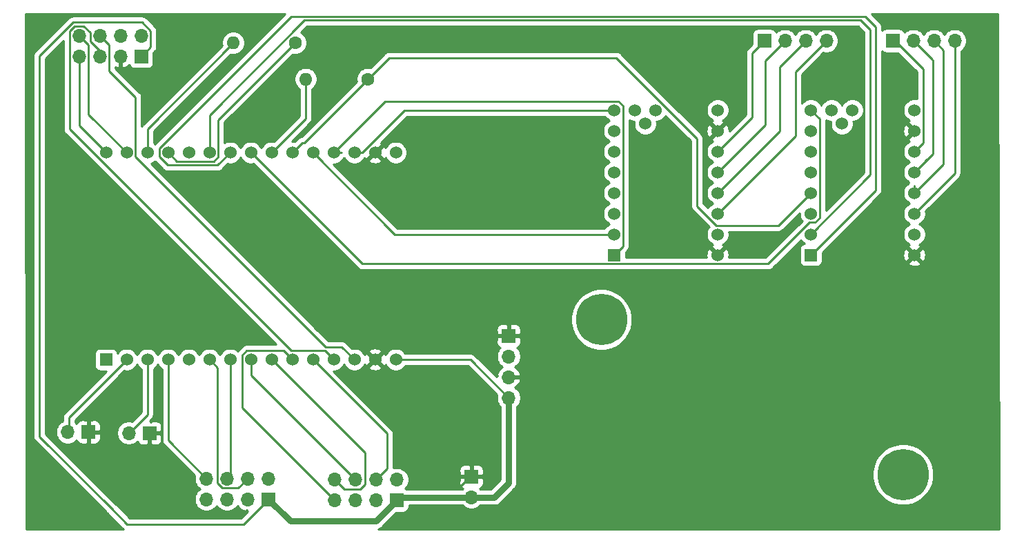
<source format=gbr>
%TF.GenerationSoftware,KiCad,Pcbnew,5.1.9-73d0e3b20d~88~ubuntu20.04.1*%
%TF.CreationDate,2021-04-10T15:21:01+02:00*%
%TF.ProjectId,pcb_central_unit,7063625f-6365-46e7-9472-616c5f756e69,rev?*%
%TF.SameCoordinates,Original*%
%TF.FileFunction,Copper,L2,Bot*%
%TF.FilePolarity,Positive*%
%FSLAX46Y46*%
G04 Gerber Fmt 4.6, Leading zero omitted, Abs format (unit mm)*
G04 Created by KiCad (PCBNEW 5.1.9-73d0e3b20d~88~ubuntu20.04.1) date 2021-04-10 15:21:01*
%MOMM*%
%LPD*%
G01*
G04 APERTURE LIST*
%TA.AperFunction,ComponentPad*%
%ADD10C,1.524000*%
%TD*%
%TA.AperFunction,ComponentPad*%
%ADD11R,1.524000X1.524000*%
%TD*%
%TA.AperFunction,ComponentPad*%
%ADD12O,1.700000X1.700000*%
%TD*%
%TA.AperFunction,ComponentPad*%
%ADD13R,1.700000X1.700000*%
%TD*%
%TA.AperFunction,ComponentPad*%
%ADD14O,1.600000X1.600000*%
%TD*%
%TA.AperFunction,ComponentPad*%
%ADD15C,1.600000*%
%TD*%
%TA.AperFunction,ViaPad*%
%ADD16C,6.300000*%
%TD*%
%TA.AperFunction,Conductor*%
%ADD17C,0.250000*%
%TD*%
%TA.AperFunction,Conductor*%
%ADD18C,0.750000*%
%TD*%
%TA.AperFunction,Conductor*%
%ADD19C,0.254000*%
%TD*%
%TA.AperFunction,Conductor*%
%ADD20C,0.100000*%
%TD*%
G04 APERTURE END LIST*
D10*
%TO.P,U1,JP3_1*%
%TO.N,Net-(U1-PadJP3_1)*%
X123571000Y-76581000D03*
%TO.P,U1,JP4_1*%
%TO.N,Net-(U1-PadJP4_1)*%
X124841000Y-74930000D03*
%TO.P,U1,JP5_1*%
%TO.N,Net-(U1-PadJP5_1)*%
X122301000Y-74930000D03*
D11*
%TO.P,U1,JP1_1*%
%TO.N,DIR_0*%
X119761000Y-92710000D03*
D10*
%TO.P,U1,JP1_2*%
%TO.N,PULS_0*%
X119761000Y-90170000D03*
%TO.P,U1,JP1_3*%
%TO.N,Net-(U1-PadJP1_3)*%
X119761000Y-87630000D03*
%TO.P,U1,JP1_4*%
%TO.N,UART_0*%
X119761000Y-85090000D03*
%TO.P,U1,JP1_5*%
%TO.N,Net-(U1-PadJP1_5)*%
X119761000Y-82550000D03*
%TO.P,U1,JP1_6*%
%TO.N,Net-(U1-PadJP1_6)*%
X119761000Y-80010000D03*
%TO.P,U1,JP1_7*%
%TO.N,Net-(U1-PadJP1_7)*%
X119761000Y-77470000D03*
%TO.P,U1,JP1_8*%
%TO.N,EN_0*%
X119761000Y-74930000D03*
%TO.P,U1,JP2_1*%
%TO.N,+12V*%
X132461000Y-74930000D03*
%TO.P,U1,JP2_2*%
%TO.N,GND*%
X132461000Y-77470000D03*
%TO.P,U1,JP2_3*%
%TO.N,Net-(J4-Pad1)*%
X132461000Y-80010000D03*
%TO.P,U1,JP2_4*%
%TO.N,Net-(J4-Pad2)*%
X132461000Y-82550000D03*
%TO.P,U1,JP2_5*%
%TO.N,Net-(J4-Pad3)*%
X132461000Y-85090000D03*
%TO.P,U1,JP2_6*%
%TO.N,Net-(J4-Pad4)*%
X132461000Y-87630000D03*
%TO.P,U1,JP2_7*%
%TO.N,+3.3V*%
X132461000Y-90170000D03*
%TO.P,U1,JP2_8*%
%TO.N,GND*%
X132461000Y-92710000D03*
%TD*%
D12*
%TO.P,J2,8*%
%TO.N,S1_0*%
X85471000Y-120269000D03*
%TO.P,J2,7*%
%TO.N,S2_0*%
X85471000Y-122809000D03*
%TO.P,J2,6*%
%TO.N,P_DATA_0*%
X88011000Y-120269000D03*
%TO.P,J2,5*%
%TO.N,Net-(J2-Pad5)*%
X88011000Y-122809000D03*
%TO.P,J2,4*%
%TO.N,P_CLK_0*%
X90551000Y-120269000D03*
%TO.P,J2,3*%
%TO.N,GND*%
X90551000Y-122809000D03*
%TO.P,J2,2*%
%TO.N,+3.3V*%
X93091000Y-120269000D03*
D13*
%TO.P,J2,1*%
%TO.N,+5V*%
X93091000Y-122809000D03*
%TD*%
D11*
%TO.P,U3,1*%
%TO.N,Net-(U3-Pad1)*%
X57404000Y-105537000D03*
D10*
%TO.P,U3,2*%
%TO.N,Net-(J8-Pad2)*%
X59944000Y-105537000D03*
%TO.P,U3,3*%
%TO.N,Net-(J9-Pad2)*%
X62484000Y-105537000D03*
%TO.P,U3,4*%
%TO.N,S1_1*%
X65024000Y-105537000D03*
%TO.P,U3,5*%
%TO.N,Net-(U3-Pad5)*%
X67564000Y-105537000D03*
%TO.P,U3,6*%
%TO.N,P_CLK_1*%
X70104000Y-105537000D03*
%TO.P,U3,7*%
%TO.N,P_DATA_1*%
X72644000Y-105537000D03*
%TO.P,U3,8*%
%TO.N,P_DATA_0*%
X75184000Y-105537000D03*
%TO.P,U3,9*%
%TO.N,S1_0*%
X77724000Y-105537000D03*
%TO.P,U3,10*%
%TO.N,S2_0*%
X80264000Y-105537000D03*
%TO.P,U3,11*%
%TO.N,P_CLK_0*%
X82804000Y-105537000D03*
%TO.P,U3,12*%
%TO.N,B1*%
X85344000Y-105537000D03*
%TO.P,U3,13*%
%TO.N,B2*%
X87884000Y-105537000D03*
%TO.P,U3,14*%
%TO.N,GND*%
X90424000Y-105537000D03*
%TO.P,U3,15*%
%TO.N,+5V*%
X92964000Y-105537000D03*
%TO.P,U3,16*%
%TO.N,+3.3V*%
X92964000Y-80137000D03*
%TO.P,U3,17*%
%TO.N,GND*%
X90424000Y-80137000D03*
%TO.P,U3,18*%
%TO.N,EN_0*%
X87884000Y-80137000D03*
%TO.P,U3,19*%
%TO.N,DIR_0*%
X85344000Y-80137000D03*
%TO.P,U3,20*%
%TO.N,PULS_0*%
X82804000Y-80137000D03*
%TO.P,U3,21*%
%TO.N,UART_1*%
X80264000Y-80137000D03*
%TO.P,U3,22*%
%TO.N,Net-(R2-Pad2)*%
X77724000Y-80137000D03*
%TO.P,U3,23*%
%TO.N,EN_1*%
X75184000Y-80137000D03*
%TO.P,U3,24*%
%TO.N,DIR_1*%
X72644000Y-80137000D03*
%TO.P,U3,25*%
%TO.N,PULS_1*%
X70104000Y-80137000D03*
%TO.P,U3,26*%
%TO.N,Net-(U3-Pad26)*%
X67564000Y-80137000D03*
%TO.P,U3,27*%
%TO.N,UART_0*%
X65024000Y-80137000D03*
%TO.P,U3,28*%
%TO.N,Net-(R1-Pad2)*%
X62484000Y-80137000D03*
%TO.P,U3,29*%
%TO.N,I2C_DATA*%
X59944000Y-80137000D03*
%TO.P,U3,30*%
%TO.N,I2C_CLK*%
X57404000Y-80137000D03*
%TD*%
%TO.P,U2,JP3_1*%
%TO.N,Net-(U2-PadJP3_1)*%
X147701000Y-76581000D03*
%TO.P,U2,JP4_1*%
%TO.N,Net-(U2-PadJP4_1)*%
X148971000Y-74930000D03*
%TO.P,U2,JP5_1*%
%TO.N,Net-(U2-PadJP5_1)*%
X146431000Y-74930000D03*
D11*
%TO.P,U2,JP1_1*%
%TO.N,DIR_1*%
X143891000Y-92710000D03*
D10*
%TO.P,U2,JP1_2*%
%TO.N,PULS_1*%
X143891000Y-90170000D03*
%TO.P,U2,JP1_3*%
%TO.N,Net-(U2-PadJP1_3)*%
X143891000Y-87630000D03*
%TO.P,U2,JP1_4*%
%TO.N,UART_1*%
X143891000Y-85090000D03*
%TO.P,U2,JP1_5*%
%TO.N,Net-(U2-PadJP1_5)*%
X143891000Y-82550000D03*
%TO.P,U2,JP1_6*%
%TO.N,Net-(U2-PadJP1_6)*%
X143891000Y-80010000D03*
%TO.P,U2,JP1_7*%
%TO.N,Net-(U2-PadJP1_7)*%
X143891000Y-77470000D03*
%TO.P,U2,JP1_8*%
%TO.N,EN_1*%
X143891000Y-74930000D03*
%TO.P,U2,JP2_1*%
%TO.N,+12V*%
X156591000Y-74930000D03*
%TO.P,U2,JP2_2*%
%TO.N,GND*%
X156591000Y-77470000D03*
%TO.P,U2,JP2_3*%
%TO.N,Net-(J5-Pad1)*%
X156591000Y-80010000D03*
%TO.P,U2,JP2_4*%
%TO.N,Net-(J5-Pad2)*%
X156591000Y-82550000D03*
%TO.P,U2,JP2_5*%
%TO.N,Net-(J5-Pad3)*%
X156591000Y-85090000D03*
%TO.P,U2,JP2_6*%
%TO.N,Net-(J5-Pad4)*%
X156591000Y-87630000D03*
%TO.P,U2,JP2_7*%
%TO.N,+3.3V*%
X156591000Y-90170000D03*
%TO.P,U2,JP2_8*%
%TO.N,GND*%
X156591000Y-92710000D03*
%TD*%
D12*
%TO.P,J6,4*%
%TO.N,+5V*%
X106807000Y-110236000D03*
%TO.P,J6,3*%
%TO.N,GND*%
X106807000Y-107696000D03*
%TO.P,J6,2*%
%TO.N,+12V*%
X106807000Y-105156000D03*
D13*
%TO.P,J6,1*%
%TO.N,GND*%
X106807000Y-102616000D03*
%TD*%
D12*
%TO.P,J7,2*%
%TO.N,+5V*%
X102235000Y-122428000D03*
D13*
%TO.P,J7,1*%
%TO.N,GND*%
X102235000Y-119888000D03*
%TD*%
D14*
%TO.P,R2,2*%
%TO.N,Net-(R2-Pad2)*%
X81915000Y-71120000D03*
D15*
%TO.P,R2,1*%
%TO.N,UART_1*%
X89535000Y-71120000D03*
%TD*%
D14*
%TO.P,R1,2*%
%TO.N,Net-(R1-Pad2)*%
X73025000Y-66675000D03*
D15*
%TO.P,R1,1*%
%TO.N,UART_0*%
X80645000Y-66675000D03*
%TD*%
D12*
%TO.P,J9,2*%
%TO.N,Net-(J9-Pad2)*%
X60198000Y-114554000D03*
D13*
%TO.P,J9,1*%
%TO.N,GND*%
X62738000Y-114554000D03*
%TD*%
D12*
%TO.P,J8,2*%
%TO.N,Net-(J8-Pad2)*%
X52705000Y-114427000D03*
D13*
%TO.P,J8,1*%
%TO.N,GND*%
X55245000Y-114427000D03*
%TD*%
D12*
%TO.P,J5,4*%
%TO.N,Net-(J5-Pad4)*%
X161544000Y-66421000D03*
%TO.P,J5,3*%
%TO.N,Net-(J5-Pad3)*%
X159004000Y-66421000D03*
%TO.P,J5,2*%
%TO.N,Net-(J5-Pad2)*%
X156464000Y-66421000D03*
D13*
%TO.P,J5,1*%
%TO.N,Net-(J5-Pad1)*%
X153924000Y-66421000D03*
%TD*%
D12*
%TO.P,J4,4*%
%TO.N,Net-(J4-Pad4)*%
X145796000Y-66421000D03*
%TO.P,J4,3*%
%TO.N,Net-(J4-Pad3)*%
X143256000Y-66421000D03*
%TO.P,J4,2*%
%TO.N,Net-(J4-Pad2)*%
X140716000Y-66421000D03*
D13*
%TO.P,J4,1*%
%TO.N,Net-(J4-Pad1)*%
X138176000Y-66421000D03*
%TD*%
D12*
%TO.P,J3,8*%
%TO.N,S1_1*%
X69723000Y-120142000D03*
%TO.P,J3,7*%
%TO.N,S2_1*%
X69723000Y-122682000D03*
%TO.P,J3,6*%
%TO.N,P_DATA_1*%
X72263000Y-120142000D03*
%TO.P,J3,5*%
%TO.N,Net-(J3-Pad5)*%
X72263000Y-122682000D03*
%TO.P,J3,4*%
%TO.N,P_CLK_1*%
X74803000Y-120142000D03*
%TO.P,J3,3*%
%TO.N,GND*%
X74803000Y-122682000D03*
%TO.P,J3,2*%
%TO.N,+3.3V*%
X77343000Y-120142000D03*
D13*
%TO.P,J3,1*%
%TO.N,+5V*%
X77343000Y-122682000D03*
%TD*%
D12*
%TO.P,J1,8*%
%TO.N,I2C_DATA*%
X54102000Y-65786000D03*
%TO.P,J1,7*%
%TO.N,I2C_CLK*%
X54102000Y-68326000D03*
%TO.P,J1,6*%
%TO.N,B2*%
X56642000Y-65786000D03*
%TO.P,J1,5*%
%TO.N,B1*%
X56642000Y-68326000D03*
%TO.P,J1,4*%
%TO.N,Net-(J1-Pad4)*%
X59182000Y-65786000D03*
%TO.P,J1,3*%
%TO.N,GND*%
X59182000Y-68326000D03*
%TO.P,J1,2*%
%TO.N,+3.3V*%
X61722000Y-65786000D03*
D13*
%TO.P,J1,1*%
%TO.N,+5V*%
X61722000Y-68326000D03*
%TD*%
D16*
%TO.N,*%
X118194000Y-100634000D03*
X155194000Y-119634000D03*
%TD*%
D17*
%TO.N,GND*%
X100551999Y-121444001D02*
X102235000Y-119761000D01*
%TO.N,+5V*%
X101727000Y-122809000D02*
X102235000Y-122301000D01*
X53351598Y-64160990D02*
X49243999Y-68268589D01*
X61835992Y-64160990D02*
X53351598Y-64160990D01*
X62897001Y-65221999D02*
X61835992Y-64160990D01*
X49243999Y-68268589D02*
X49243999Y-114991001D01*
X62897001Y-67150999D02*
X62897001Y-65221999D01*
X61722000Y-68326000D02*
X62897001Y-67150999D01*
X91915999Y-123984001D02*
X92011500Y-123888500D01*
X92011500Y-123888500D02*
X93091000Y-122809000D01*
X58109999Y-123857001D02*
X58109999Y-123895999D01*
X102108000Y-105537000D02*
X106807000Y-110236000D01*
X92964000Y-105537000D02*
X102108000Y-105537000D01*
D18*
X102235000Y-122428000D02*
X105029000Y-122428000D01*
X106807000Y-120650000D02*
X106807000Y-110236000D01*
X105029000Y-122428000D02*
X106807000Y-120650000D01*
X77343000Y-122682000D02*
X80010000Y-125349000D01*
X90551000Y-125349000D02*
X93091000Y-122809000D01*
X80010000Y-125349000D02*
X90551000Y-125349000D01*
X93472000Y-122428000D02*
X93091000Y-122809000D01*
X102235000Y-122428000D02*
X93472000Y-122428000D01*
D17*
X59982998Y-125730000D02*
X57994999Y-123742001D01*
X74295000Y-125730000D02*
X59982998Y-125730000D01*
X77343000Y-122682000D02*
X74295000Y-125730000D01*
X57994999Y-123742001D02*
X58109999Y-123857001D01*
X49243999Y-114991001D02*
X57994999Y-123742001D01*
%TO.N,I2C_CLK*%
X54102000Y-76835000D02*
X57404000Y-80137000D01*
X54102000Y-68326000D02*
X54102000Y-76835000D01*
%TO.N,I2C_DATA*%
X55277001Y-75470001D02*
X59944000Y-80137000D01*
X55277001Y-66961001D02*
X55277001Y-75470001D01*
X54102000Y-65786000D02*
X55277001Y-66961001D01*
%TO.N,B2*%
X86346989Y-103999989D02*
X87884000Y-105537000D01*
X61031001Y-73326001D02*
X61031001Y-80658761D01*
X61031001Y-80658761D02*
X84372229Y-103999989D01*
X57817001Y-70112001D02*
X61031001Y-73326001D01*
X57817001Y-66961001D02*
X57817001Y-70112001D01*
X84372229Y-103999989D02*
X86346989Y-103999989D01*
X56642000Y-65786000D02*
X57817001Y-66961001D01*
%TO.N,B1*%
X55466999Y-66514589D02*
X56642000Y-67689590D01*
X56642000Y-67689590D02*
X56642000Y-68326000D01*
X55466999Y-65411997D02*
X55466999Y-66514589D01*
X54666001Y-64610999D02*
X55466999Y-65411997D01*
X53537999Y-64610999D02*
X54666001Y-64610999D01*
X52926999Y-65221999D02*
X53537999Y-64610999D01*
X52926999Y-77268761D02*
X52926999Y-65221999D01*
X80108237Y-104449999D02*
X52926999Y-77268761D01*
X84256999Y-104449999D02*
X80108237Y-104449999D01*
X85344000Y-105537000D02*
X84256999Y-104449999D01*
%TO.N,+12V*%
X106934000Y-105283000D02*
X106807000Y-105156000D01*
%TO.N,S1_0*%
X86646001Y-121444001D02*
X85471000Y-120269000D01*
X88575001Y-121444001D02*
X86646001Y-121444001D01*
X89186001Y-120833001D02*
X88575001Y-121444001D01*
X89186001Y-116999001D02*
X89186001Y-120833001D01*
X77724000Y-105537000D02*
X89186001Y-116999001D01*
%TO.N,S2_0*%
X74096999Y-111434999D02*
X85471000Y-122809000D01*
X74096999Y-105015239D02*
X74096999Y-111434999D01*
X74662239Y-104449999D02*
X74096999Y-105015239D01*
X79176999Y-104449999D02*
X74662239Y-104449999D01*
X80264000Y-105537000D02*
X79176999Y-104449999D01*
%TO.N,P_DATA_0*%
X75184000Y-107442000D02*
X88011000Y-120269000D01*
X75184000Y-105537000D02*
X75184000Y-107442000D01*
%TO.N,P_CLK_0*%
X91876999Y-114609999D02*
X82804000Y-105537000D01*
X91876999Y-118943001D02*
X91876999Y-114609999D01*
X90551000Y-120269000D02*
X91876999Y-118943001D01*
%TO.N,S1_1*%
X65024000Y-115443000D02*
X69723000Y-120142000D01*
X65024000Y-105537000D02*
X65024000Y-115443000D01*
%TO.N,P_DATA_1*%
X72644000Y-119761000D02*
X72263000Y-120142000D01*
X72644000Y-105537000D02*
X72644000Y-119761000D01*
%TO.N,P_CLK_1*%
X73627999Y-121317001D02*
X74803000Y-120142000D01*
X71698999Y-121317001D02*
X73627999Y-121317001D01*
X71087999Y-120706001D02*
X71698999Y-121317001D01*
X71087999Y-106520999D02*
X71087999Y-120706001D01*
X70104000Y-105537000D02*
X71087999Y-106520999D01*
%TO.N,EN_1*%
X144978001Y-76017001D02*
X143891000Y-74930000D01*
X143735237Y-88717001D02*
X144412761Y-88717001D01*
X144978001Y-88151761D02*
X144978001Y-76017001D01*
X138655237Y-93797001D02*
X143735237Y-88717001D01*
X144412761Y-88717001D02*
X144978001Y-88151761D01*
X88844001Y-93797001D02*
X138655237Y-93797001D01*
X75184000Y-80137000D02*
X88844001Y-93797001D01*
%TO.N,DIR_1*%
X151828500Y-84772500D02*
X143891000Y-92710000D01*
X151828500Y-64706500D02*
X151828500Y-84772500D01*
X80095257Y-63456981D02*
X150578981Y-63456981D01*
X63936999Y-79615239D02*
X80095257Y-63456981D01*
X64952248Y-81674010D02*
X63936999Y-80658761D01*
X150578981Y-63456981D02*
X151828500Y-64706500D01*
X71106990Y-81674010D02*
X64952248Y-81674010D01*
X63936999Y-80658761D02*
X63936999Y-79615239D01*
X72644000Y-80137000D02*
X71106990Y-81674010D01*
%TO.N,PULS_1*%
X151193500Y-82867500D02*
X143891000Y-90170000D01*
X151193500Y-65087500D02*
X151193500Y-82867500D01*
X150012990Y-63906990D02*
X151193500Y-65087500D01*
X81748008Y-63906990D02*
X150012990Y-63906990D01*
X70104000Y-75550998D02*
X81748008Y-63906990D01*
X70104000Y-80137000D02*
X70104000Y-75550998D01*
%TO.N,EN_0*%
X88815238Y-80137000D02*
X87884000Y-80137000D01*
X94022238Y-74930000D02*
X88815238Y-80137000D01*
X119761000Y-74930000D02*
X94022238Y-74930000D01*
%TO.N,DIR_0*%
X86275238Y-80137000D02*
X85344000Y-80137000D01*
X120848001Y-91622999D02*
X119761000Y-92710000D01*
X120848001Y-74408239D02*
X120848001Y-91622999D01*
X120282761Y-73842999D02*
X120848001Y-74408239D01*
X91638001Y-73842999D02*
X120282761Y-73842999D01*
X85344000Y-80137000D02*
X91638001Y-73842999D01*
%TO.N,PULS_0*%
X92837000Y-90170000D02*
X82804000Y-80137000D01*
X119761000Y-90170000D02*
X92837000Y-90170000D01*
%TO.N,Net-(J4-Pad1)*%
X138176000Y-66421000D02*
X136652000Y-67945000D01*
X136652000Y-75819000D02*
X132461000Y-80010000D01*
X136652000Y-67945000D02*
X136652000Y-75819000D01*
%TO.N,Net-(J4-Pad2)*%
X132461000Y-82296000D02*
X132461000Y-82550000D01*
X140716000Y-66421000D02*
X138303000Y-68834000D01*
X138303000Y-76708000D02*
X132461000Y-82550000D01*
X138303000Y-68834000D02*
X138303000Y-76708000D01*
%TO.N,Net-(J4-Pad3)*%
X143256000Y-66421000D02*
X140081000Y-69596000D01*
X140081000Y-77470000D02*
X132461000Y-85090000D01*
X140081000Y-69596000D02*
X140081000Y-77470000D01*
%TO.N,Net-(J4-Pad4)*%
X145796000Y-66421000D02*
X141986000Y-70231000D01*
X141986000Y-78105000D02*
X132461000Y-87630000D01*
X141986000Y-70231000D02*
X141986000Y-78105000D01*
%TO.N,Net-(J5-Pad4)*%
X161544000Y-82677000D02*
X156591000Y-87630000D01*
X161544000Y-66421000D02*
X161544000Y-82677000D01*
%TO.N,Net-(J5-Pad3)*%
X156591000Y-84158762D02*
X156591000Y-85090000D01*
X159004000Y-66421000D02*
X160147000Y-67564000D01*
X160147000Y-81534000D02*
X156591000Y-85090000D01*
X160147000Y-67564000D02*
X160147000Y-81534000D01*
%TO.N,Net-(J5-Pad2)*%
X158128011Y-81012989D02*
X156591000Y-82550000D01*
X158877000Y-80264000D02*
X156591000Y-82550000D01*
X158877000Y-80010000D02*
X158877000Y-80264000D01*
X158750000Y-68707000D02*
X158877000Y-68834000D01*
X156464000Y-66421000D02*
X158750000Y-68707000D01*
X158877000Y-68834000D02*
X158877000Y-80010000D01*
%TO.N,Net-(J5-Pad1)*%
X157678001Y-78922999D02*
X156591000Y-80010000D01*
X157678001Y-69921001D02*
X157678001Y-78922999D01*
X154178000Y-66421000D02*
X157678001Y-69921001D01*
X153924000Y-66421000D02*
X154178000Y-66421000D01*
%TO.N,Net-(J8-Pad2)*%
X59944000Y-105537000D02*
X52832000Y-112649000D01*
X52832000Y-114300000D02*
X52705000Y-114427000D01*
X52832000Y-112649000D02*
X52832000Y-114300000D01*
%TO.N,Net-(J9-Pad2)*%
X62484000Y-112268000D02*
X60198000Y-114554000D01*
X62484000Y-105537000D02*
X62484000Y-112268000D01*
%TO.N,UART_0*%
X66111001Y-81224001D02*
X65024000Y-80137000D01*
X70625761Y-81224001D02*
X66111001Y-81224001D01*
X71191001Y-80658761D02*
X70625761Y-81224001D01*
X71191001Y-76128999D02*
X71191001Y-80658761D01*
X80645000Y-66675000D02*
X71191001Y-76128999D01*
%TO.N,UART_1*%
X81462999Y-78938001D02*
X80264000Y-80137000D01*
X81716999Y-78938001D02*
X81462999Y-78938001D01*
X89535000Y-71120000D02*
X81716999Y-78938001D01*
X92144009Y-68510991D02*
X89535000Y-71120000D01*
X132305237Y-89082999D02*
X129921000Y-86698762D01*
X139898001Y-89082999D02*
X132305237Y-89082999D01*
X143891000Y-85090000D02*
X139898001Y-89082999D01*
X120030753Y-68510991D02*
X92144009Y-68510991D01*
X129921000Y-78401238D02*
X120030753Y-68510991D01*
X129921000Y-86698762D02*
X129921000Y-78401238D01*
%TO.N,Net-(R1-Pad2)*%
X62484000Y-77216000D02*
X73025000Y-66675000D01*
X62484000Y-80137000D02*
X62484000Y-77216000D01*
%TO.N,Net-(R2-Pad2)*%
X81915000Y-75946000D02*
X77724000Y-80137000D01*
X81915000Y-71120000D02*
X81915000Y-75946000D01*
%TD*%
D19*
%TO.N,GND*%
X63425997Y-79051440D02*
X63397490Y-79074835D01*
X63374535Y-79051880D01*
X63244000Y-78964659D01*
X63244000Y-77530801D01*
X72701114Y-68073688D01*
X72883665Y-68110000D01*
X73166335Y-68110000D01*
X73443574Y-68054853D01*
X73704727Y-67946680D01*
X73939759Y-67789637D01*
X74139637Y-67589759D01*
X74296680Y-67354727D01*
X74404853Y-67093574D01*
X74460000Y-66816335D01*
X74460000Y-66533665D01*
X74404853Y-66256426D01*
X74296680Y-65995273D01*
X74139637Y-65760241D01*
X73939759Y-65560363D01*
X73704727Y-65403320D01*
X73443574Y-65295147D01*
X73166335Y-65240000D01*
X72883665Y-65240000D01*
X72606426Y-65295147D01*
X72345273Y-65403320D01*
X72110241Y-65560363D01*
X71910363Y-65760241D01*
X71753320Y-65995273D01*
X71645147Y-66256426D01*
X71590000Y-66533665D01*
X71590000Y-66816335D01*
X71626312Y-66998886D01*
X61972998Y-76652201D01*
X61944000Y-76675999D01*
X61920202Y-76704997D01*
X61920201Y-76704998D01*
X61849026Y-76791724D01*
X61791001Y-76900280D01*
X61791001Y-73363323D01*
X61794677Y-73326000D01*
X61791001Y-73288677D01*
X61791001Y-73288668D01*
X61780004Y-73177015D01*
X61736547Y-73033754D01*
X61665975Y-72901725D01*
X61652812Y-72885686D01*
X61594800Y-72814997D01*
X61594796Y-72814993D01*
X61571002Y-72786000D01*
X61542010Y-72762207D01*
X58577001Y-69797200D01*
X58577001Y-69674765D01*
X58677901Y-69722825D01*
X58825110Y-69767476D01*
X59055000Y-69646155D01*
X59055000Y-68453000D01*
X59035000Y-68453000D01*
X59035000Y-68199000D01*
X59055000Y-68199000D01*
X59055000Y-68179000D01*
X59309000Y-68179000D01*
X59309000Y-68199000D01*
X59329000Y-68199000D01*
X59329000Y-68453000D01*
X59309000Y-68453000D01*
X59309000Y-69646155D01*
X59538890Y-69767476D01*
X59686099Y-69722825D01*
X59948920Y-69597641D01*
X60182269Y-69423588D01*
X60258034Y-69339534D01*
X60282498Y-69420180D01*
X60341463Y-69530494D01*
X60420815Y-69627185D01*
X60517506Y-69706537D01*
X60627820Y-69765502D01*
X60747518Y-69801812D01*
X60872000Y-69814072D01*
X62572000Y-69814072D01*
X62696482Y-69801812D01*
X62816180Y-69765502D01*
X62926494Y-69706537D01*
X63023185Y-69627185D01*
X63102537Y-69530494D01*
X63161502Y-69420180D01*
X63197812Y-69300482D01*
X63210072Y-69176000D01*
X63210072Y-67912730D01*
X63408005Y-67714797D01*
X63437002Y-67691000D01*
X63531975Y-67575275D01*
X63602547Y-67443246D01*
X63646004Y-67299985D01*
X63657001Y-67188332D01*
X63657001Y-67188323D01*
X63660677Y-67151000D01*
X63657001Y-67113677D01*
X63657001Y-65259321D01*
X63660677Y-65221998D01*
X63657001Y-65184675D01*
X63657001Y-65184666D01*
X63646004Y-65073013D01*
X63602547Y-64929752D01*
X63531975Y-64797723D01*
X63437002Y-64681998D01*
X63408004Y-64658200D01*
X62399796Y-63649992D01*
X62375993Y-63620989D01*
X62260268Y-63526016D01*
X62128239Y-63455444D01*
X61984978Y-63411987D01*
X61873325Y-63400990D01*
X61873314Y-63400990D01*
X61835992Y-63397314D01*
X61798670Y-63400990D01*
X53388920Y-63400990D01*
X53351597Y-63397314D01*
X53314274Y-63400990D01*
X53314265Y-63400990D01*
X53202612Y-63411987D01*
X53059351Y-63455444D01*
X52927322Y-63526016D01*
X52811597Y-63620989D01*
X52787799Y-63649987D01*
X48733002Y-67704785D01*
X48703998Y-67728588D01*
X48653897Y-67789637D01*
X48609025Y-67844313D01*
X48571415Y-67914676D01*
X48538453Y-67976343D01*
X48494996Y-68119604D01*
X48483999Y-68231257D01*
X48483999Y-68231267D01*
X48480323Y-68268589D01*
X48483999Y-68305911D01*
X48484000Y-114953668D01*
X48480323Y-114991001D01*
X48484000Y-115028334D01*
X48494997Y-115139987D01*
X48498263Y-115150754D01*
X48538453Y-115283247D01*
X48609025Y-115415277D01*
X48662416Y-115480333D01*
X48703999Y-115531002D01*
X48732997Y-115554800D01*
X57448102Y-124269906D01*
X57475025Y-124320275D01*
X57569998Y-124436000D01*
X57685724Y-124530973D01*
X57736093Y-124557896D01*
X59419199Y-126241003D01*
X59442997Y-126270001D01*
X59471995Y-126293799D01*
X59528290Y-126340000D01*
X47648702Y-126340000D01*
X47524300Y-63144000D01*
X79333436Y-63144000D01*
X63425997Y-79051440D01*
%TA.AperFunction,Conductor*%
D20*
G36*
X63425997Y-79051440D02*
G01*
X63397490Y-79074835D01*
X63374535Y-79051880D01*
X63244000Y-78964659D01*
X63244000Y-77530801D01*
X72701114Y-68073688D01*
X72883665Y-68110000D01*
X73166335Y-68110000D01*
X73443574Y-68054853D01*
X73704727Y-67946680D01*
X73939759Y-67789637D01*
X74139637Y-67589759D01*
X74296680Y-67354727D01*
X74404853Y-67093574D01*
X74460000Y-66816335D01*
X74460000Y-66533665D01*
X74404853Y-66256426D01*
X74296680Y-65995273D01*
X74139637Y-65760241D01*
X73939759Y-65560363D01*
X73704727Y-65403320D01*
X73443574Y-65295147D01*
X73166335Y-65240000D01*
X72883665Y-65240000D01*
X72606426Y-65295147D01*
X72345273Y-65403320D01*
X72110241Y-65560363D01*
X71910363Y-65760241D01*
X71753320Y-65995273D01*
X71645147Y-66256426D01*
X71590000Y-66533665D01*
X71590000Y-66816335D01*
X71626312Y-66998886D01*
X61972998Y-76652201D01*
X61944000Y-76675999D01*
X61920202Y-76704997D01*
X61920201Y-76704998D01*
X61849026Y-76791724D01*
X61791001Y-76900280D01*
X61791001Y-73363323D01*
X61794677Y-73326000D01*
X61791001Y-73288677D01*
X61791001Y-73288668D01*
X61780004Y-73177015D01*
X61736547Y-73033754D01*
X61665975Y-72901725D01*
X61652812Y-72885686D01*
X61594800Y-72814997D01*
X61594796Y-72814993D01*
X61571002Y-72786000D01*
X61542010Y-72762207D01*
X58577001Y-69797200D01*
X58577001Y-69674765D01*
X58677901Y-69722825D01*
X58825110Y-69767476D01*
X59055000Y-69646155D01*
X59055000Y-68453000D01*
X59035000Y-68453000D01*
X59035000Y-68199000D01*
X59055000Y-68199000D01*
X59055000Y-68179000D01*
X59309000Y-68179000D01*
X59309000Y-68199000D01*
X59329000Y-68199000D01*
X59329000Y-68453000D01*
X59309000Y-68453000D01*
X59309000Y-69646155D01*
X59538890Y-69767476D01*
X59686099Y-69722825D01*
X59948920Y-69597641D01*
X60182269Y-69423588D01*
X60258034Y-69339534D01*
X60282498Y-69420180D01*
X60341463Y-69530494D01*
X60420815Y-69627185D01*
X60517506Y-69706537D01*
X60627820Y-69765502D01*
X60747518Y-69801812D01*
X60872000Y-69814072D01*
X62572000Y-69814072D01*
X62696482Y-69801812D01*
X62816180Y-69765502D01*
X62926494Y-69706537D01*
X63023185Y-69627185D01*
X63102537Y-69530494D01*
X63161502Y-69420180D01*
X63197812Y-69300482D01*
X63210072Y-69176000D01*
X63210072Y-67912730D01*
X63408005Y-67714797D01*
X63437002Y-67691000D01*
X63531975Y-67575275D01*
X63602547Y-67443246D01*
X63646004Y-67299985D01*
X63657001Y-67188332D01*
X63657001Y-67188323D01*
X63660677Y-67151000D01*
X63657001Y-67113677D01*
X63657001Y-65259321D01*
X63660677Y-65221998D01*
X63657001Y-65184675D01*
X63657001Y-65184666D01*
X63646004Y-65073013D01*
X63602547Y-64929752D01*
X63531975Y-64797723D01*
X63437002Y-64681998D01*
X63408004Y-64658200D01*
X62399796Y-63649992D01*
X62375993Y-63620989D01*
X62260268Y-63526016D01*
X62128239Y-63455444D01*
X61984978Y-63411987D01*
X61873325Y-63400990D01*
X61873314Y-63400990D01*
X61835992Y-63397314D01*
X61798670Y-63400990D01*
X53388920Y-63400990D01*
X53351597Y-63397314D01*
X53314274Y-63400990D01*
X53314265Y-63400990D01*
X53202612Y-63411987D01*
X53059351Y-63455444D01*
X52927322Y-63526016D01*
X52811597Y-63620989D01*
X52787799Y-63649987D01*
X48733002Y-67704785D01*
X48703998Y-67728588D01*
X48653897Y-67789637D01*
X48609025Y-67844313D01*
X48571415Y-67914676D01*
X48538453Y-67976343D01*
X48494996Y-68119604D01*
X48483999Y-68231257D01*
X48483999Y-68231267D01*
X48480323Y-68268589D01*
X48483999Y-68305911D01*
X48484000Y-114953668D01*
X48480323Y-114991001D01*
X48484000Y-115028334D01*
X48494997Y-115139987D01*
X48498263Y-115150754D01*
X48538453Y-115283247D01*
X48609025Y-115415277D01*
X48662416Y-115480333D01*
X48703999Y-115531002D01*
X48732997Y-115554800D01*
X57448102Y-124269906D01*
X57475025Y-124320275D01*
X57569998Y-124436000D01*
X57685724Y-124530973D01*
X57736093Y-124557896D01*
X59419199Y-126241003D01*
X59442997Y-126270001D01*
X59471995Y-126293799D01*
X59528290Y-126340000D01*
X47648702Y-126340000D01*
X47524300Y-63144000D01*
X79333436Y-63144000D01*
X63425997Y-79051440D01*
G37*
%TD.AperFunction*%
D19*
X166978700Y-126340000D02*
X90763449Y-126340000D01*
X90939380Y-126286632D01*
X91114840Y-126192847D01*
X91268633Y-126066633D01*
X91300261Y-126028094D01*
X93031284Y-124297072D01*
X93941000Y-124297072D01*
X94065482Y-124284812D01*
X94185180Y-124248502D01*
X94295494Y-124189537D01*
X94392185Y-124110185D01*
X94471537Y-124013494D01*
X94530502Y-123903180D01*
X94566812Y-123783482D01*
X94579072Y-123659000D01*
X94579072Y-123438000D01*
X101144893Y-123438000D01*
X101288368Y-123581475D01*
X101531589Y-123743990D01*
X101801842Y-123855932D01*
X102088740Y-123913000D01*
X102381260Y-123913000D01*
X102668158Y-123855932D01*
X102938411Y-123743990D01*
X103181632Y-123581475D01*
X103325107Y-123438000D01*
X104979392Y-123438000D01*
X105029000Y-123442886D01*
X105226994Y-123423385D01*
X105352177Y-123385411D01*
X105417380Y-123365632D01*
X105592840Y-123271847D01*
X105746633Y-123145633D01*
X105778261Y-123107094D01*
X107486099Y-121399256D01*
X107524633Y-121367633D01*
X107650847Y-121213840D01*
X107744632Y-121038380D01*
X107763996Y-120974545D01*
X107802385Y-120847995D01*
X107821886Y-120650000D01*
X107817000Y-120600392D01*
X107817000Y-119261210D01*
X151409000Y-119261210D01*
X151409000Y-120006790D01*
X151554455Y-120738044D01*
X151839777Y-121426870D01*
X152253999Y-122046797D01*
X152781203Y-122574001D01*
X153401130Y-122988223D01*
X154089956Y-123273545D01*
X154821210Y-123419000D01*
X155566790Y-123419000D01*
X156298044Y-123273545D01*
X156986870Y-122988223D01*
X157606797Y-122574001D01*
X158134001Y-122046797D01*
X158548223Y-121426870D01*
X158833545Y-120738044D01*
X158979000Y-120006790D01*
X158979000Y-119261210D01*
X158833545Y-118529956D01*
X158548223Y-117841130D01*
X158134001Y-117221203D01*
X157606797Y-116693999D01*
X156986870Y-116279777D01*
X156298044Y-115994455D01*
X155566790Y-115849000D01*
X154821210Y-115849000D01*
X154089956Y-115994455D01*
X153401130Y-116279777D01*
X152781203Y-116693999D01*
X152253999Y-117221203D01*
X151839777Y-117841130D01*
X151554455Y-118529956D01*
X151409000Y-119261210D01*
X107817000Y-119261210D01*
X107817000Y-111326107D01*
X107960475Y-111182632D01*
X108122990Y-110939411D01*
X108234932Y-110669158D01*
X108292000Y-110382260D01*
X108292000Y-110089740D01*
X108234932Y-109802842D01*
X108122990Y-109532589D01*
X107960475Y-109289368D01*
X107753632Y-109082525D01*
X107571466Y-108960805D01*
X107688355Y-108891178D01*
X107904588Y-108696269D01*
X108078641Y-108462920D01*
X108203825Y-108200099D01*
X108248476Y-108052890D01*
X108127155Y-107823000D01*
X106934000Y-107823000D01*
X106934000Y-107843000D01*
X106680000Y-107843000D01*
X106680000Y-107823000D01*
X106660000Y-107823000D01*
X106660000Y-107569000D01*
X106680000Y-107569000D01*
X106680000Y-107549000D01*
X106934000Y-107549000D01*
X106934000Y-107569000D01*
X108127155Y-107569000D01*
X108248476Y-107339110D01*
X108203825Y-107191901D01*
X108078641Y-106929080D01*
X107904588Y-106695731D01*
X107688355Y-106500822D01*
X107571466Y-106431195D01*
X107753632Y-106309475D01*
X107960475Y-106102632D01*
X108122990Y-105859411D01*
X108234932Y-105589158D01*
X108292000Y-105302260D01*
X108292000Y-105009740D01*
X108234932Y-104722842D01*
X108122990Y-104452589D01*
X107960475Y-104209368D01*
X107828620Y-104077513D01*
X107901180Y-104055502D01*
X108011494Y-103996537D01*
X108108185Y-103917185D01*
X108187537Y-103820494D01*
X108246502Y-103710180D01*
X108282812Y-103590482D01*
X108295072Y-103466000D01*
X108292000Y-102901750D01*
X108133250Y-102743000D01*
X106934000Y-102743000D01*
X106934000Y-102763000D01*
X106680000Y-102763000D01*
X106680000Y-102743000D01*
X105480750Y-102743000D01*
X105322000Y-102901750D01*
X105318928Y-103466000D01*
X105331188Y-103590482D01*
X105367498Y-103710180D01*
X105426463Y-103820494D01*
X105505815Y-103917185D01*
X105602506Y-103996537D01*
X105712820Y-104055502D01*
X105785380Y-104077513D01*
X105653525Y-104209368D01*
X105491010Y-104452589D01*
X105379068Y-104722842D01*
X105322000Y-105009740D01*
X105322000Y-105302260D01*
X105379068Y-105589158D01*
X105491010Y-105859411D01*
X105653525Y-106102632D01*
X105860368Y-106309475D01*
X106042534Y-106431195D01*
X105925645Y-106500822D01*
X105709412Y-106695731D01*
X105535359Y-106929080D01*
X105410175Y-107191901D01*
X105365524Y-107339110D01*
X105486844Y-107568998D01*
X105322000Y-107568998D01*
X105322000Y-107676199D01*
X102671804Y-105026003D01*
X102648001Y-104996999D01*
X102532276Y-104902026D01*
X102400247Y-104831454D01*
X102256986Y-104787997D01*
X102145333Y-104777000D01*
X102145322Y-104777000D01*
X102108000Y-104773324D01*
X102070678Y-104777000D01*
X94136341Y-104777000D01*
X94049120Y-104646465D01*
X93854535Y-104451880D01*
X93625727Y-104298995D01*
X93371490Y-104193686D01*
X93101592Y-104140000D01*
X92826408Y-104140000D01*
X92556510Y-104193686D01*
X92302273Y-104298995D01*
X92073465Y-104451880D01*
X91878880Y-104646465D01*
X91725995Y-104875273D01*
X91696308Y-104946943D01*
X91691636Y-104933977D01*
X91629656Y-104818020D01*
X91389565Y-104751040D01*
X90603605Y-105537000D01*
X91389565Y-106322960D01*
X91629656Y-106255980D01*
X91693485Y-106120240D01*
X91725995Y-106198727D01*
X91878880Y-106427535D01*
X92073465Y-106622120D01*
X92302273Y-106775005D01*
X92556510Y-106880314D01*
X92826408Y-106934000D01*
X93101592Y-106934000D01*
X93371490Y-106880314D01*
X93625727Y-106775005D01*
X93854535Y-106622120D01*
X94049120Y-106427535D01*
X94136341Y-106297000D01*
X101793199Y-106297000D01*
X105365790Y-109869592D01*
X105322000Y-110089740D01*
X105322000Y-110382260D01*
X105379068Y-110669158D01*
X105491010Y-110939411D01*
X105653525Y-111182632D01*
X105797001Y-111326108D01*
X105797000Y-120231644D01*
X104610645Y-121418000D01*
X103325107Y-121418000D01*
X103256620Y-121349513D01*
X103329180Y-121327502D01*
X103439494Y-121268537D01*
X103536185Y-121189185D01*
X103615537Y-121092494D01*
X103674502Y-120982180D01*
X103710812Y-120862482D01*
X103723072Y-120738000D01*
X103720000Y-120173750D01*
X103561250Y-120015000D01*
X102362000Y-120015000D01*
X102362000Y-120035000D01*
X102108000Y-120035000D01*
X102108000Y-120015000D01*
X100908750Y-120015000D01*
X100750000Y-120173750D01*
X100746928Y-120738000D01*
X100759188Y-120862482D01*
X100795498Y-120982180D01*
X100854463Y-121092494D01*
X100933815Y-121189185D01*
X101030506Y-121268537D01*
X101140820Y-121327502D01*
X101213380Y-121349513D01*
X101144893Y-121418000D01*
X94275919Y-121418000D01*
X94185180Y-121369498D01*
X94112620Y-121347487D01*
X94244475Y-121215632D01*
X94406990Y-120972411D01*
X94518932Y-120702158D01*
X94576000Y-120415260D01*
X94576000Y-120122740D01*
X94518932Y-119835842D01*
X94406990Y-119565589D01*
X94244475Y-119322368D01*
X94037632Y-119115525D01*
X93921608Y-119038000D01*
X100746928Y-119038000D01*
X100750000Y-119602250D01*
X100908750Y-119761000D01*
X102108000Y-119761000D01*
X102108000Y-118561750D01*
X102362000Y-118561750D01*
X102362000Y-119761000D01*
X103561250Y-119761000D01*
X103720000Y-119602250D01*
X103723072Y-119038000D01*
X103710812Y-118913518D01*
X103674502Y-118793820D01*
X103615537Y-118683506D01*
X103536185Y-118586815D01*
X103439494Y-118507463D01*
X103329180Y-118448498D01*
X103209482Y-118412188D01*
X103085000Y-118399928D01*
X102520750Y-118403000D01*
X102362000Y-118561750D01*
X102108000Y-118561750D01*
X101949250Y-118403000D01*
X101385000Y-118399928D01*
X101260518Y-118412188D01*
X101140820Y-118448498D01*
X101030506Y-118507463D01*
X100933815Y-118586815D01*
X100854463Y-118683506D01*
X100795498Y-118793820D01*
X100759188Y-118913518D01*
X100746928Y-119038000D01*
X93921608Y-119038000D01*
X93794411Y-118953010D01*
X93524158Y-118841068D01*
X93237260Y-118784000D01*
X92944740Y-118784000D01*
X92657842Y-118841068D01*
X92636999Y-118849701D01*
X92636999Y-114647321D01*
X92640675Y-114609998D01*
X92636999Y-114572675D01*
X92636999Y-114572666D01*
X92626002Y-114461013D01*
X92582545Y-114317752D01*
X92511973Y-114185723D01*
X92417000Y-114069998D01*
X92388002Y-114046200D01*
X85275801Y-106934000D01*
X85481592Y-106934000D01*
X85751490Y-106880314D01*
X86005727Y-106775005D01*
X86234535Y-106622120D01*
X86429120Y-106427535D01*
X86582005Y-106198727D01*
X86614000Y-106121485D01*
X86645995Y-106198727D01*
X86798880Y-106427535D01*
X86993465Y-106622120D01*
X87222273Y-106775005D01*
X87476510Y-106880314D01*
X87746408Y-106934000D01*
X88021592Y-106934000D01*
X88291490Y-106880314D01*
X88545727Y-106775005D01*
X88774535Y-106622120D01*
X88894090Y-106502565D01*
X89638040Y-106502565D01*
X89705020Y-106742656D01*
X89954048Y-106859756D01*
X90221135Y-106926023D01*
X90496017Y-106938910D01*
X90768133Y-106897922D01*
X91027023Y-106804636D01*
X91142980Y-106742656D01*
X91209960Y-106502565D01*
X90424000Y-105716605D01*
X89638040Y-106502565D01*
X88894090Y-106502565D01*
X88969120Y-106427535D01*
X89122005Y-106198727D01*
X89151692Y-106127057D01*
X89156364Y-106140023D01*
X89218344Y-106255980D01*
X89458435Y-106322960D01*
X90244395Y-105537000D01*
X89458435Y-104751040D01*
X89218344Y-104818020D01*
X89154515Y-104953760D01*
X89122005Y-104875273D01*
X88969120Y-104646465D01*
X88894090Y-104571435D01*
X89638040Y-104571435D01*
X90424000Y-105357395D01*
X91209960Y-104571435D01*
X91142980Y-104331344D01*
X90893952Y-104214244D01*
X90626865Y-104147977D01*
X90351983Y-104135090D01*
X90079867Y-104176078D01*
X89820977Y-104269364D01*
X89705020Y-104331344D01*
X89638040Y-104571435D01*
X88894090Y-104571435D01*
X88774535Y-104451880D01*
X88545727Y-104298995D01*
X88291490Y-104193686D01*
X88021592Y-104140000D01*
X87746408Y-104140000D01*
X87592430Y-104170628D01*
X86910793Y-103488992D01*
X86886990Y-103459988D01*
X86771265Y-103365015D01*
X86639236Y-103294443D01*
X86495975Y-103250986D01*
X86384322Y-103239989D01*
X86384311Y-103239989D01*
X86346989Y-103236313D01*
X86309667Y-103239989D01*
X84687031Y-103239989D01*
X83213042Y-101766000D01*
X105318928Y-101766000D01*
X105322000Y-102330250D01*
X105480750Y-102489000D01*
X106680000Y-102489000D01*
X106680000Y-101289750D01*
X106934000Y-101289750D01*
X106934000Y-102489000D01*
X108133250Y-102489000D01*
X108292000Y-102330250D01*
X108295072Y-101766000D01*
X108282812Y-101641518D01*
X108246502Y-101521820D01*
X108187537Y-101411506D01*
X108108185Y-101314815D01*
X108011494Y-101235463D01*
X107901180Y-101176498D01*
X107781482Y-101140188D01*
X107657000Y-101127928D01*
X107092750Y-101131000D01*
X106934000Y-101289750D01*
X106680000Y-101289750D01*
X106521250Y-101131000D01*
X105957000Y-101127928D01*
X105832518Y-101140188D01*
X105712820Y-101176498D01*
X105602506Y-101235463D01*
X105505815Y-101314815D01*
X105426463Y-101411506D01*
X105367498Y-101521820D01*
X105331188Y-101641518D01*
X105318928Y-101766000D01*
X83213042Y-101766000D01*
X81708252Y-100261210D01*
X114409000Y-100261210D01*
X114409000Y-101006790D01*
X114554455Y-101738044D01*
X114839777Y-102426870D01*
X115253999Y-103046797D01*
X115781203Y-103574001D01*
X116401130Y-103988223D01*
X117089956Y-104273545D01*
X117821210Y-104419000D01*
X118566790Y-104419000D01*
X119298044Y-104273545D01*
X119986870Y-103988223D01*
X120606797Y-103574001D01*
X121134001Y-103046797D01*
X121548223Y-102426870D01*
X121833545Y-101738044D01*
X121979000Y-101006790D01*
X121979000Y-100261210D01*
X121833545Y-99529956D01*
X121548223Y-98841130D01*
X121134001Y-98221203D01*
X120606797Y-97693999D01*
X119986870Y-97279777D01*
X119298044Y-96994455D01*
X118566790Y-96849000D01*
X117821210Y-96849000D01*
X117089956Y-96994455D01*
X116401130Y-97279777D01*
X115781203Y-97693999D01*
X115253999Y-98221203D01*
X114839777Y-98841130D01*
X114554455Y-99529956D01*
X114409000Y-100261210D01*
X81708252Y-100261210D01*
X62916850Y-81469809D01*
X63145727Y-81375005D01*
X63374535Y-81222120D01*
X63397490Y-81199165D01*
X63426001Y-81222565D01*
X64388449Y-82185013D01*
X64412247Y-82214011D01*
X64441245Y-82237809D01*
X64527971Y-82308984D01*
X64660001Y-82379556D01*
X64803262Y-82423013D01*
X64914915Y-82434010D01*
X64914925Y-82434010D01*
X64952248Y-82437686D01*
X64989571Y-82434010D01*
X71069668Y-82434010D01*
X71106990Y-82437686D01*
X71144312Y-82434010D01*
X71144323Y-82434010D01*
X71255976Y-82423013D01*
X71399237Y-82379556D01*
X71531266Y-82308984D01*
X71646991Y-82214011D01*
X71670793Y-82185008D01*
X72352430Y-81503372D01*
X72506408Y-81534000D01*
X72781592Y-81534000D01*
X73051490Y-81480314D01*
X73305727Y-81375005D01*
X73534535Y-81222120D01*
X73729120Y-81027535D01*
X73882005Y-80798727D01*
X73914000Y-80721485D01*
X73945995Y-80798727D01*
X74098880Y-81027535D01*
X74293465Y-81222120D01*
X74522273Y-81375005D01*
X74776510Y-81480314D01*
X75046408Y-81534000D01*
X75321592Y-81534000D01*
X75475571Y-81503372D01*
X88280202Y-94308004D01*
X88304000Y-94337002D01*
X88419725Y-94431975D01*
X88551754Y-94502547D01*
X88695015Y-94546004D01*
X88806668Y-94557001D01*
X88806676Y-94557001D01*
X88844001Y-94560677D01*
X88881326Y-94557001D01*
X138617915Y-94557001D01*
X138655237Y-94560677D01*
X138692559Y-94557001D01*
X138692570Y-94557001D01*
X138804223Y-94546004D01*
X138947484Y-94502547D01*
X139079513Y-94431975D01*
X139195238Y-94337002D01*
X139219041Y-94307998D01*
X142669945Y-90857095D01*
X142805880Y-91060535D01*
X143000465Y-91255120D01*
X143088465Y-91313920D01*
X143004518Y-91322188D01*
X142884820Y-91358498D01*
X142774506Y-91417463D01*
X142677815Y-91496815D01*
X142598463Y-91593506D01*
X142539498Y-91703820D01*
X142503188Y-91823518D01*
X142490928Y-91948000D01*
X142490928Y-93472000D01*
X142503188Y-93596482D01*
X142539498Y-93716180D01*
X142598463Y-93826494D01*
X142677815Y-93923185D01*
X142774506Y-94002537D01*
X142884820Y-94061502D01*
X143004518Y-94097812D01*
X143129000Y-94110072D01*
X144653000Y-94110072D01*
X144777482Y-94097812D01*
X144897180Y-94061502D01*
X145007494Y-94002537D01*
X145104185Y-93923185D01*
X145183537Y-93826494D01*
X145242502Y-93716180D01*
X145254822Y-93675565D01*
X155805040Y-93675565D01*
X155872020Y-93915656D01*
X156121048Y-94032756D01*
X156388135Y-94099023D01*
X156663017Y-94111910D01*
X156935133Y-94070922D01*
X157194023Y-93977636D01*
X157309980Y-93915656D01*
X157376960Y-93675565D01*
X156591000Y-92889605D01*
X155805040Y-93675565D01*
X145254822Y-93675565D01*
X145278812Y-93596482D01*
X145291072Y-93472000D01*
X145291072Y-92782017D01*
X155189090Y-92782017D01*
X155230078Y-93054133D01*
X155323364Y-93313023D01*
X155385344Y-93428980D01*
X155625435Y-93495960D01*
X156411395Y-92710000D01*
X156770605Y-92710000D01*
X157556565Y-93495960D01*
X157796656Y-93428980D01*
X157913756Y-93179952D01*
X157980023Y-92912865D01*
X157992910Y-92637983D01*
X157951922Y-92365867D01*
X157858636Y-92106977D01*
X157796656Y-91991020D01*
X157556565Y-91924040D01*
X156770605Y-92710000D01*
X156411395Y-92710000D01*
X155625435Y-91924040D01*
X155385344Y-91991020D01*
X155268244Y-92240048D01*
X155201977Y-92507135D01*
X155189090Y-92782017D01*
X145291072Y-92782017D01*
X145291072Y-92384729D01*
X152339503Y-85336299D01*
X152368501Y-85312501D01*
X152394832Y-85280417D01*
X152463474Y-85196777D01*
X152534046Y-85064747D01*
X152568123Y-84952408D01*
X152577503Y-84921486D01*
X152588500Y-84809833D01*
X152588500Y-84809824D01*
X152592176Y-84772501D01*
X152588500Y-84735178D01*
X152588500Y-77542017D01*
X155189090Y-77542017D01*
X155230078Y-77814133D01*
X155323364Y-78073023D01*
X155385344Y-78188980D01*
X155625435Y-78255960D01*
X156411395Y-77470000D01*
X155625435Y-76684040D01*
X155385344Y-76751020D01*
X155268244Y-77000048D01*
X155201977Y-77267135D01*
X155189090Y-77542017D01*
X152588500Y-77542017D01*
X152588500Y-67680372D01*
X152622815Y-67722185D01*
X152719506Y-67801537D01*
X152829820Y-67860502D01*
X152949518Y-67896812D01*
X153074000Y-67909072D01*
X154591271Y-67909072D01*
X156918001Y-70235803D01*
X156918001Y-73570676D01*
X156728592Y-73533000D01*
X156453408Y-73533000D01*
X156183510Y-73586686D01*
X155929273Y-73691995D01*
X155700465Y-73844880D01*
X155505880Y-74039465D01*
X155352995Y-74268273D01*
X155247686Y-74522510D01*
X155194000Y-74792408D01*
X155194000Y-75067592D01*
X155247686Y-75337490D01*
X155352995Y-75591727D01*
X155505880Y-75820535D01*
X155700465Y-76015120D01*
X155929273Y-76168005D01*
X156000943Y-76197692D01*
X155987977Y-76202364D01*
X155872020Y-76264344D01*
X155805040Y-76504435D01*
X156591000Y-77290395D01*
X156605143Y-77276253D01*
X156784748Y-77455858D01*
X156770605Y-77470000D01*
X156784748Y-77484143D01*
X156605143Y-77663748D01*
X156591000Y-77649605D01*
X155805040Y-78435565D01*
X155872020Y-78675656D01*
X156007760Y-78739485D01*
X155929273Y-78771995D01*
X155700465Y-78924880D01*
X155505880Y-79119465D01*
X155352995Y-79348273D01*
X155247686Y-79602510D01*
X155194000Y-79872408D01*
X155194000Y-80147592D01*
X155247686Y-80417490D01*
X155352995Y-80671727D01*
X155505880Y-80900535D01*
X155700465Y-81095120D01*
X155929273Y-81248005D01*
X156006515Y-81280000D01*
X155929273Y-81311995D01*
X155700465Y-81464880D01*
X155505880Y-81659465D01*
X155352995Y-81888273D01*
X155247686Y-82142510D01*
X155194000Y-82412408D01*
X155194000Y-82687592D01*
X155247686Y-82957490D01*
X155352995Y-83211727D01*
X155505880Y-83440535D01*
X155700465Y-83635120D01*
X155927907Y-83787093D01*
X155885454Y-83866516D01*
X155879839Y-83885026D01*
X155700465Y-84004880D01*
X155505880Y-84199465D01*
X155352995Y-84428273D01*
X155247686Y-84682510D01*
X155194000Y-84952408D01*
X155194000Y-85227592D01*
X155247686Y-85497490D01*
X155352995Y-85751727D01*
X155505880Y-85980535D01*
X155700465Y-86175120D01*
X155929273Y-86328005D01*
X156006515Y-86360000D01*
X155929273Y-86391995D01*
X155700465Y-86544880D01*
X155505880Y-86739465D01*
X155352995Y-86968273D01*
X155247686Y-87222510D01*
X155194000Y-87492408D01*
X155194000Y-87767592D01*
X155247686Y-88037490D01*
X155352995Y-88291727D01*
X155505880Y-88520535D01*
X155700465Y-88715120D01*
X155929273Y-88868005D01*
X156006515Y-88900000D01*
X155929273Y-88931995D01*
X155700465Y-89084880D01*
X155505880Y-89279465D01*
X155352995Y-89508273D01*
X155247686Y-89762510D01*
X155194000Y-90032408D01*
X155194000Y-90307592D01*
X155247686Y-90577490D01*
X155352995Y-90831727D01*
X155505880Y-91060535D01*
X155700465Y-91255120D01*
X155929273Y-91408005D01*
X156000943Y-91437692D01*
X155987977Y-91442364D01*
X155872020Y-91504344D01*
X155805040Y-91744435D01*
X156591000Y-92530395D01*
X157376960Y-91744435D01*
X157309980Y-91504344D01*
X157174240Y-91440515D01*
X157252727Y-91408005D01*
X157481535Y-91255120D01*
X157676120Y-91060535D01*
X157829005Y-90831727D01*
X157934314Y-90577490D01*
X157988000Y-90307592D01*
X157988000Y-90032408D01*
X157934314Y-89762510D01*
X157829005Y-89508273D01*
X157676120Y-89279465D01*
X157481535Y-89084880D01*
X157252727Y-88931995D01*
X157175485Y-88900000D01*
X157252727Y-88868005D01*
X157481535Y-88715120D01*
X157676120Y-88520535D01*
X157829005Y-88291727D01*
X157934314Y-88037490D01*
X157988000Y-87767592D01*
X157988000Y-87492408D01*
X157957372Y-87338429D01*
X162055003Y-83240799D01*
X162084001Y-83217001D01*
X162178974Y-83101276D01*
X162249546Y-82969247D01*
X162293003Y-82825986D01*
X162304000Y-82714333D01*
X162304000Y-82714325D01*
X162307676Y-82677000D01*
X162304000Y-82639675D01*
X162304000Y-67699178D01*
X162490632Y-67574475D01*
X162697475Y-67367632D01*
X162859990Y-67124411D01*
X162971932Y-66854158D01*
X163029000Y-66567260D01*
X163029000Y-66274740D01*
X162971932Y-65987842D01*
X162859990Y-65717589D01*
X162697475Y-65474368D01*
X162490632Y-65267525D01*
X162247411Y-65105010D01*
X161977158Y-64993068D01*
X161690260Y-64936000D01*
X161397740Y-64936000D01*
X161110842Y-64993068D01*
X160840589Y-65105010D01*
X160597368Y-65267525D01*
X160390525Y-65474368D01*
X160274000Y-65648760D01*
X160157475Y-65474368D01*
X159950632Y-65267525D01*
X159707411Y-65105010D01*
X159437158Y-64993068D01*
X159150260Y-64936000D01*
X158857740Y-64936000D01*
X158570842Y-64993068D01*
X158300589Y-65105010D01*
X158057368Y-65267525D01*
X157850525Y-65474368D01*
X157734000Y-65648760D01*
X157617475Y-65474368D01*
X157410632Y-65267525D01*
X157167411Y-65105010D01*
X156897158Y-64993068D01*
X156610260Y-64936000D01*
X156317740Y-64936000D01*
X156030842Y-64993068D01*
X155760589Y-65105010D01*
X155517368Y-65267525D01*
X155385513Y-65399380D01*
X155363502Y-65326820D01*
X155304537Y-65216506D01*
X155225185Y-65119815D01*
X155128494Y-65040463D01*
X155018180Y-64981498D01*
X154898482Y-64945188D01*
X154774000Y-64932928D01*
X153074000Y-64932928D01*
X152949518Y-64945188D01*
X152829820Y-64981498D01*
X152719506Y-65040463D01*
X152622815Y-65119815D01*
X152588500Y-65161628D01*
X152588500Y-64743825D01*
X152592176Y-64706500D01*
X152588500Y-64669175D01*
X152588500Y-64669167D01*
X152577503Y-64557514D01*
X152534046Y-64414253D01*
X152463474Y-64282224D01*
X152368501Y-64166499D01*
X152339504Y-64142702D01*
X151340801Y-63144000D01*
X166854298Y-63144000D01*
X166978700Y-126340000D01*
%TA.AperFunction,Conductor*%
D20*
G36*
X166978700Y-126340000D02*
G01*
X90763449Y-126340000D01*
X90939380Y-126286632D01*
X91114840Y-126192847D01*
X91268633Y-126066633D01*
X91300261Y-126028094D01*
X93031284Y-124297072D01*
X93941000Y-124297072D01*
X94065482Y-124284812D01*
X94185180Y-124248502D01*
X94295494Y-124189537D01*
X94392185Y-124110185D01*
X94471537Y-124013494D01*
X94530502Y-123903180D01*
X94566812Y-123783482D01*
X94579072Y-123659000D01*
X94579072Y-123438000D01*
X101144893Y-123438000D01*
X101288368Y-123581475D01*
X101531589Y-123743990D01*
X101801842Y-123855932D01*
X102088740Y-123913000D01*
X102381260Y-123913000D01*
X102668158Y-123855932D01*
X102938411Y-123743990D01*
X103181632Y-123581475D01*
X103325107Y-123438000D01*
X104979392Y-123438000D01*
X105029000Y-123442886D01*
X105226994Y-123423385D01*
X105352177Y-123385411D01*
X105417380Y-123365632D01*
X105592840Y-123271847D01*
X105746633Y-123145633D01*
X105778261Y-123107094D01*
X107486099Y-121399256D01*
X107524633Y-121367633D01*
X107650847Y-121213840D01*
X107744632Y-121038380D01*
X107763996Y-120974545D01*
X107802385Y-120847995D01*
X107821886Y-120650000D01*
X107817000Y-120600392D01*
X107817000Y-119261210D01*
X151409000Y-119261210D01*
X151409000Y-120006790D01*
X151554455Y-120738044D01*
X151839777Y-121426870D01*
X152253999Y-122046797D01*
X152781203Y-122574001D01*
X153401130Y-122988223D01*
X154089956Y-123273545D01*
X154821210Y-123419000D01*
X155566790Y-123419000D01*
X156298044Y-123273545D01*
X156986870Y-122988223D01*
X157606797Y-122574001D01*
X158134001Y-122046797D01*
X158548223Y-121426870D01*
X158833545Y-120738044D01*
X158979000Y-120006790D01*
X158979000Y-119261210D01*
X158833545Y-118529956D01*
X158548223Y-117841130D01*
X158134001Y-117221203D01*
X157606797Y-116693999D01*
X156986870Y-116279777D01*
X156298044Y-115994455D01*
X155566790Y-115849000D01*
X154821210Y-115849000D01*
X154089956Y-115994455D01*
X153401130Y-116279777D01*
X152781203Y-116693999D01*
X152253999Y-117221203D01*
X151839777Y-117841130D01*
X151554455Y-118529956D01*
X151409000Y-119261210D01*
X107817000Y-119261210D01*
X107817000Y-111326107D01*
X107960475Y-111182632D01*
X108122990Y-110939411D01*
X108234932Y-110669158D01*
X108292000Y-110382260D01*
X108292000Y-110089740D01*
X108234932Y-109802842D01*
X108122990Y-109532589D01*
X107960475Y-109289368D01*
X107753632Y-109082525D01*
X107571466Y-108960805D01*
X107688355Y-108891178D01*
X107904588Y-108696269D01*
X108078641Y-108462920D01*
X108203825Y-108200099D01*
X108248476Y-108052890D01*
X108127155Y-107823000D01*
X106934000Y-107823000D01*
X106934000Y-107843000D01*
X106680000Y-107843000D01*
X106680000Y-107823000D01*
X106660000Y-107823000D01*
X106660000Y-107569000D01*
X106680000Y-107569000D01*
X106680000Y-107549000D01*
X106934000Y-107549000D01*
X106934000Y-107569000D01*
X108127155Y-107569000D01*
X108248476Y-107339110D01*
X108203825Y-107191901D01*
X108078641Y-106929080D01*
X107904588Y-106695731D01*
X107688355Y-106500822D01*
X107571466Y-106431195D01*
X107753632Y-106309475D01*
X107960475Y-106102632D01*
X108122990Y-105859411D01*
X108234932Y-105589158D01*
X108292000Y-105302260D01*
X108292000Y-105009740D01*
X108234932Y-104722842D01*
X108122990Y-104452589D01*
X107960475Y-104209368D01*
X107828620Y-104077513D01*
X107901180Y-104055502D01*
X108011494Y-103996537D01*
X108108185Y-103917185D01*
X108187537Y-103820494D01*
X108246502Y-103710180D01*
X108282812Y-103590482D01*
X108295072Y-103466000D01*
X108292000Y-102901750D01*
X108133250Y-102743000D01*
X106934000Y-102743000D01*
X106934000Y-102763000D01*
X106680000Y-102763000D01*
X106680000Y-102743000D01*
X105480750Y-102743000D01*
X105322000Y-102901750D01*
X105318928Y-103466000D01*
X105331188Y-103590482D01*
X105367498Y-103710180D01*
X105426463Y-103820494D01*
X105505815Y-103917185D01*
X105602506Y-103996537D01*
X105712820Y-104055502D01*
X105785380Y-104077513D01*
X105653525Y-104209368D01*
X105491010Y-104452589D01*
X105379068Y-104722842D01*
X105322000Y-105009740D01*
X105322000Y-105302260D01*
X105379068Y-105589158D01*
X105491010Y-105859411D01*
X105653525Y-106102632D01*
X105860368Y-106309475D01*
X106042534Y-106431195D01*
X105925645Y-106500822D01*
X105709412Y-106695731D01*
X105535359Y-106929080D01*
X105410175Y-107191901D01*
X105365524Y-107339110D01*
X105486844Y-107568998D01*
X105322000Y-107568998D01*
X105322000Y-107676199D01*
X102671804Y-105026003D01*
X102648001Y-104996999D01*
X102532276Y-104902026D01*
X102400247Y-104831454D01*
X102256986Y-104787997D01*
X102145333Y-104777000D01*
X102145322Y-104777000D01*
X102108000Y-104773324D01*
X102070678Y-104777000D01*
X94136341Y-104777000D01*
X94049120Y-104646465D01*
X93854535Y-104451880D01*
X93625727Y-104298995D01*
X93371490Y-104193686D01*
X93101592Y-104140000D01*
X92826408Y-104140000D01*
X92556510Y-104193686D01*
X92302273Y-104298995D01*
X92073465Y-104451880D01*
X91878880Y-104646465D01*
X91725995Y-104875273D01*
X91696308Y-104946943D01*
X91691636Y-104933977D01*
X91629656Y-104818020D01*
X91389565Y-104751040D01*
X90603605Y-105537000D01*
X91389565Y-106322960D01*
X91629656Y-106255980D01*
X91693485Y-106120240D01*
X91725995Y-106198727D01*
X91878880Y-106427535D01*
X92073465Y-106622120D01*
X92302273Y-106775005D01*
X92556510Y-106880314D01*
X92826408Y-106934000D01*
X93101592Y-106934000D01*
X93371490Y-106880314D01*
X93625727Y-106775005D01*
X93854535Y-106622120D01*
X94049120Y-106427535D01*
X94136341Y-106297000D01*
X101793199Y-106297000D01*
X105365790Y-109869592D01*
X105322000Y-110089740D01*
X105322000Y-110382260D01*
X105379068Y-110669158D01*
X105491010Y-110939411D01*
X105653525Y-111182632D01*
X105797001Y-111326108D01*
X105797000Y-120231644D01*
X104610645Y-121418000D01*
X103325107Y-121418000D01*
X103256620Y-121349513D01*
X103329180Y-121327502D01*
X103439494Y-121268537D01*
X103536185Y-121189185D01*
X103615537Y-121092494D01*
X103674502Y-120982180D01*
X103710812Y-120862482D01*
X103723072Y-120738000D01*
X103720000Y-120173750D01*
X103561250Y-120015000D01*
X102362000Y-120015000D01*
X102362000Y-120035000D01*
X102108000Y-120035000D01*
X102108000Y-120015000D01*
X100908750Y-120015000D01*
X100750000Y-120173750D01*
X100746928Y-120738000D01*
X100759188Y-120862482D01*
X100795498Y-120982180D01*
X100854463Y-121092494D01*
X100933815Y-121189185D01*
X101030506Y-121268537D01*
X101140820Y-121327502D01*
X101213380Y-121349513D01*
X101144893Y-121418000D01*
X94275919Y-121418000D01*
X94185180Y-121369498D01*
X94112620Y-121347487D01*
X94244475Y-121215632D01*
X94406990Y-120972411D01*
X94518932Y-120702158D01*
X94576000Y-120415260D01*
X94576000Y-120122740D01*
X94518932Y-119835842D01*
X94406990Y-119565589D01*
X94244475Y-119322368D01*
X94037632Y-119115525D01*
X93921608Y-119038000D01*
X100746928Y-119038000D01*
X100750000Y-119602250D01*
X100908750Y-119761000D01*
X102108000Y-119761000D01*
X102108000Y-118561750D01*
X102362000Y-118561750D01*
X102362000Y-119761000D01*
X103561250Y-119761000D01*
X103720000Y-119602250D01*
X103723072Y-119038000D01*
X103710812Y-118913518D01*
X103674502Y-118793820D01*
X103615537Y-118683506D01*
X103536185Y-118586815D01*
X103439494Y-118507463D01*
X103329180Y-118448498D01*
X103209482Y-118412188D01*
X103085000Y-118399928D01*
X102520750Y-118403000D01*
X102362000Y-118561750D01*
X102108000Y-118561750D01*
X101949250Y-118403000D01*
X101385000Y-118399928D01*
X101260518Y-118412188D01*
X101140820Y-118448498D01*
X101030506Y-118507463D01*
X100933815Y-118586815D01*
X100854463Y-118683506D01*
X100795498Y-118793820D01*
X100759188Y-118913518D01*
X100746928Y-119038000D01*
X93921608Y-119038000D01*
X93794411Y-118953010D01*
X93524158Y-118841068D01*
X93237260Y-118784000D01*
X92944740Y-118784000D01*
X92657842Y-118841068D01*
X92636999Y-118849701D01*
X92636999Y-114647321D01*
X92640675Y-114609998D01*
X92636999Y-114572675D01*
X92636999Y-114572666D01*
X92626002Y-114461013D01*
X92582545Y-114317752D01*
X92511973Y-114185723D01*
X92417000Y-114069998D01*
X92388002Y-114046200D01*
X85275801Y-106934000D01*
X85481592Y-106934000D01*
X85751490Y-106880314D01*
X86005727Y-106775005D01*
X86234535Y-106622120D01*
X86429120Y-106427535D01*
X86582005Y-106198727D01*
X86614000Y-106121485D01*
X86645995Y-106198727D01*
X86798880Y-106427535D01*
X86993465Y-106622120D01*
X87222273Y-106775005D01*
X87476510Y-106880314D01*
X87746408Y-106934000D01*
X88021592Y-106934000D01*
X88291490Y-106880314D01*
X88545727Y-106775005D01*
X88774535Y-106622120D01*
X88894090Y-106502565D01*
X89638040Y-106502565D01*
X89705020Y-106742656D01*
X89954048Y-106859756D01*
X90221135Y-106926023D01*
X90496017Y-106938910D01*
X90768133Y-106897922D01*
X91027023Y-106804636D01*
X91142980Y-106742656D01*
X91209960Y-106502565D01*
X90424000Y-105716605D01*
X89638040Y-106502565D01*
X88894090Y-106502565D01*
X88969120Y-106427535D01*
X89122005Y-106198727D01*
X89151692Y-106127057D01*
X89156364Y-106140023D01*
X89218344Y-106255980D01*
X89458435Y-106322960D01*
X90244395Y-105537000D01*
X89458435Y-104751040D01*
X89218344Y-104818020D01*
X89154515Y-104953760D01*
X89122005Y-104875273D01*
X88969120Y-104646465D01*
X88894090Y-104571435D01*
X89638040Y-104571435D01*
X90424000Y-105357395D01*
X91209960Y-104571435D01*
X91142980Y-104331344D01*
X90893952Y-104214244D01*
X90626865Y-104147977D01*
X90351983Y-104135090D01*
X90079867Y-104176078D01*
X89820977Y-104269364D01*
X89705020Y-104331344D01*
X89638040Y-104571435D01*
X88894090Y-104571435D01*
X88774535Y-104451880D01*
X88545727Y-104298995D01*
X88291490Y-104193686D01*
X88021592Y-104140000D01*
X87746408Y-104140000D01*
X87592430Y-104170628D01*
X86910793Y-103488992D01*
X86886990Y-103459988D01*
X86771265Y-103365015D01*
X86639236Y-103294443D01*
X86495975Y-103250986D01*
X86384322Y-103239989D01*
X86384311Y-103239989D01*
X86346989Y-103236313D01*
X86309667Y-103239989D01*
X84687031Y-103239989D01*
X83213042Y-101766000D01*
X105318928Y-101766000D01*
X105322000Y-102330250D01*
X105480750Y-102489000D01*
X106680000Y-102489000D01*
X106680000Y-101289750D01*
X106934000Y-101289750D01*
X106934000Y-102489000D01*
X108133250Y-102489000D01*
X108292000Y-102330250D01*
X108295072Y-101766000D01*
X108282812Y-101641518D01*
X108246502Y-101521820D01*
X108187537Y-101411506D01*
X108108185Y-101314815D01*
X108011494Y-101235463D01*
X107901180Y-101176498D01*
X107781482Y-101140188D01*
X107657000Y-101127928D01*
X107092750Y-101131000D01*
X106934000Y-101289750D01*
X106680000Y-101289750D01*
X106521250Y-101131000D01*
X105957000Y-101127928D01*
X105832518Y-101140188D01*
X105712820Y-101176498D01*
X105602506Y-101235463D01*
X105505815Y-101314815D01*
X105426463Y-101411506D01*
X105367498Y-101521820D01*
X105331188Y-101641518D01*
X105318928Y-101766000D01*
X83213042Y-101766000D01*
X81708252Y-100261210D01*
X114409000Y-100261210D01*
X114409000Y-101006790D01*
X114554455Y-101738044D01*
X114839777Y-102426870D01*
X115253999Y-103046797D01*
X115781203Y-103574001D01*
X116401130Y-103988223D01*
X117089956Y-104273545D01*
X117821210Y-104419000D01*
X118566790Y-104419000D01*
X119298044Y-104273545D01*
X119986870Y-103988223D01*
X120606797Y-103574001D01*
X121134001Y-103046797D01*
X121548223Y-102426870D01*
X121833545Y-101738044D01*
X121979000Y-101006790D01*
X121979000Y-100261210D01*
X121833545Y-99529956D01*
X121548223Y-98841130D01*
X121134001Y-98221203D01*
X120606797Y-97693999D01*
X119986870Y-97279777D01*
X119298044Y-96994455D01*
X118566790Y-96849000D01*
X117821210Y-96849000D01*
X117089956Y-96994455D01*
X116401130Y-97279777D01*
X115781203Y-97693999D01*
X115253999Y-98221203D01*
X114839777Y-98841130D01*
X114554455Y-99529956D01*
X114409000Y-100261210D01*
X81708252Y-100261210D01*
X62916850Y-81469809D01*
X63145727Y-81375005D01*
X63374535Y-81222120D01*
X63397490Y-81199165D01*
X63426001Y-81222565D01*
X64388449Y-82185013D01*
X64412247Y-82214011D01*
X64441245Y-82237809D01*
X64527971Y-82308984D01*
X64660001Y-82379556D01*
X64803262Y-82423013D01*
X64914915Y-82434010D01*
X64914925Y-82434010D01*
X64952248Y-82437686D01*
X64989571Y-82434010D01*
X71069668Y-82434010D01*
X71106990Y-82437686D01*
X71144312Y-82434010D01*
X71144323Y-82434010D01*
X71255976Y-82423013D01*
X71399237Y-82379556D01*
X71531266Y-82308984D01*
X71646991Y-82214011D01*
X71670793Y-82185008D01*
X72352430Y-81503372D01*
X72506408Y-81534000D01*
X72781592Y-81534000D01*
X73051490Y-81480314D01*
X73305727Y-81375005D01*
X73534535Y-81222120D01*
X73729120Y-81027535D01*
X73882005Y-80798727D01*
X73914000Y-80721485D01*
X73945995Y-80798727D01*
X74098880Y-81027535D01*
X74293465Y-81222120D01*
X74522273Y-81375005D01*
X74776510Y-81480314D01*
X75046408Y-81534000D01*
X75321592Y-81534000D01*
X75475571Y-81503372D01*
X88280202Y-94308004D01*
X88304000Y-94337002D01*
X88419725Y-94431975D01*
X88551754Y-94502547D01*
X88695015Y-94546004D01*
X88806668Y-94557001D01*
X88806676Y-94557001D01*
X88844001Y-94560677D01*
X88881326Y-94557001D01*
X138617915Y-94557001D01*
X138655237Y-94560677D01*
X138692559Y-94557001D01*
X138692570Y-94557001D01*
X138804223Y-94546004D01*
X138947484Y-94502547D01*
X139079513Y-94431975D01*
X139195238Y-94337002D01*
X139219041Y-94307998D01*
X142669945Y-90857095D01*
X142805880Y-91060535D01*
X143000465Y-91255120D01*
X143088465Y-91313920D01*
X143004518Y-91322188D01*
X142884820Y-91358498D01*
X142774506Y-91417463D01*
X142677815Y-91496815D01*
X142598463Y-91593506D01*
X142539498Y-91703820D01*
X142503188Y-91823518D01*
X142490928Y-91948000D01*
X142490928Y-93472000D01*
X142503188Y-93596482D01*
X142539498Y-93716180D01*
X142598463Y-93826494D01*
X142677815Y-93923185D01*
X142774506Y-94002537D01*
X142884820Y-94061502D01*
X143004518Y-94097812D01*
X143129000Y-94110072D01*
X144653000Y-94110072D01*
X144777482Y-94097812D01*
X144897180Y-94061502D01*
X145007494Y-94002537D01*
X145104185Y-93923185D01*
X145183537Y-93826494D01*
X145242502Y-93716180D01*
X145254822Y-93675565D01*
X155805040Y-93675565D01*
X155872020Y-93915656D01*
X156121048Y-94032756D01*
X156388135Y-94099023D01*
X156663017Y-94111910D01*
X156935133Y-94070922D01*
X157194023Y-93977636D01*
X157309980Y-93915656D01*
X157376960Y-93675565D01*
X156591000Y-92889605D01*
X155805040Y-93675565D01*
X145254822Y-93675565D01*
X145278812Y-93596482D01*
X145291072Y-93472000D01*
X145291072Y-92782017D01*
X155189090Y-92782017D01*
X155230078Y-93054133D01*
X155323364Y-93313023D01*
X155385344Y-93428980D01*
X155625435Y-93495960D01*
X156411395Y-92710000D01*
X156770605Y-92710000D01*
X157556565Y-93495960D01*
X157796656Y-93428980D01*
X157913756Y-93179952D01*
X157980023Y-92912865D01*
X157992910Y-92637983D01*
X157951922Y-92365867D01*
X157858636Y-92106977D01*
X157796656Y-91991020D01*
X157556565Y-91924040D01*
X156770605Y-92710000D01*
X156411395Y-92710000D01*
X155625435Y-91924040D01*
X155385344Y-91991020D01*
X155268244Y-92240048D01*
X155201977Y-92507135D01*
X155189090Y-92782017D01*
X145291072Y-92782017D01*
X145291072Y-92384729D01*
X152339503Y-85336299D01*
X152368501Y-85312501D01*
X152394832Y-85280417D01*
X152463474Y-85196777D01*
X152534046Y-85064747D01*
X152568123Y-84952408D01*
X152577503Y-84921486D01*
X152588500Y-84809833D01*
X152588500Y-84809824D01*
X152592176Y-84772501D01*
X152588500Y-84735178D01*
X152588500Y-77542017D01*
X155189090Y-77542017D01*
X155230078Y-77814133D01*
X155323364Y-78073023D01*
X155385344Y-78188980D01*
X155625435Y-78255960D01*
X156411395Y-77470000D01*
X155625435Y-76684040D01*
X155385344Y-76751020D01*
X155268244Y-77000048D01*
X155201977Y-77267135D01*
X155189090Y-77542017D01*
X152588500Y-77542017D01*
X152588500Y-67680372D01*
X152622815Y-67722185D01*
X152719506Y-67801537D01*
X152829820Y-67860502D01*
X152949518Y-67896812D01*
X153074000Y-67909072D01*
X154591271Y-67909072D01*
X156918001Y-70235803D01*
X156918001Y-73570676D01*
X156728592Y-73533000D01*
X156453408Y-73533000D01*
X156183510Y-73586686D01*
X155929273Y-73691995D01*
X155700465Y-73844880D01*
X155505880Y-74039465D01*
X155352995Y-74268273D01*
X155247686Y-74522510D01*
X155194000Y-74792408D01*
X155194000Y-75067592D01*
X155247686Y-75337490D01*
X155352995Y-75591727D01*
X155505880Y-75820535D01*
X155700465Y-76015120D01*
X155929273Y-76168005D01*
X156000943Y-76197692D01*
X155987977Y-76202364D01*
X155872020Y-76264344D01*
X155805040Y-76504435D01*
X156591000Y-77290395D01*
X156605143Y-77276253D01*
X156784748Y-77455858D01*
X156770605Y-77470000D01*
X156784748Y-77484143D01*
X156605143Y-77663748D01*
X156591000Y-77649605D01*
X155805040Y-78435565D01*
X155872020Y-78675656D01*
X156007760Y-78739485D01*
X155929273Y-78771995D01*
X155700465Y-78924880D01*
X155505880Y-79119465D01*
X155352995Y-79348273D01*
X155247686Y-79602510D01*
X155194000Y-79872408D01*
X155194000Y-80147592D01*
X155247686Y-80417490D01*
X155352995Y-80671727D01*
X155505880Y-80900535D01*
X155700465Y-81095120D01*
X155929273Y-81248005D01*
X156006515Y-81280000D01*
X155929273Y-81311995D01*
X155700465Y-81464880D01*
X155505880Y-81659465D01*
X155352995Y-81888273D01*
X155247686Y-82142510D01*
X155194000Y-82412408D01*
X155194000Y-82687592D01*
X155247686Y-82957490D01*
X155352995Y-83211727D01*
X155505880Y-83440535D01*
X155700465Y-83635120D01*
X155927907Y-83787093D01*
X155885454Y-83866516D01*
X155879839Y-83885026D01*
X155700465Y-84004880D01*
X155505880Y-84199465D01*
X155352995Y-84428273D01*
X155247686Y-84682510D01*
X155194000Y-84952408D01*
X155194000Y-85227592D01*
X155247686Y-85497490D01*
X155352995Y-85751727D01*
X155505880Y-85980535D01*
X155700465Y-86175120D01*
X155929273Y-86328005D01*
X156006515Y-86360000D01*
X155929273Y-86391995D01*
X155700465Y-86544880D01*
X155505880Y-86739465D01*
X155352995Y-86968273D01*
X155247686Y-87222510D01*
X155194000Y-87492408D01*
X155194000Y-87767592D01*
X155247686Y-88037490D01*
X155352995Y-88291727D01*
X155505880Y-88520535D01*
X155700465Y-88715120D01*
X155929273Y-88868005D01*
X156006515Y-88900000D01*
X155929273Y-88931995D01*
X155700465Y-89084880D01*
X155505880Y-89279465D01*
X155352995Y-89508273D01*
X155247686Y-89762510D01*
X155194000Y-90032408D01*
X155194000Y-90307592D01*
X155247686Y-90577490D01*
X155352995Y-90831727D01*
X155505880Y-91060535D01*
X155700465Y-91255120D01*
X155929273Y-91408005D01*
X156000943Y-91437692D01*
X155987977Y-91442364D01*
X155872020Y-91504344D01*
X155805040Y-91744435D01*
X156591000Y-92530395D01*
X157376960Y-91744435D01*
X157309980Y-91504344D01*
X157174240Y-91440515D01*
X157252727Y-91408005D01*
X157481535Y-91255120D01*
X157676120Y-91060535D01*
X157829005Y-90831727D01*
X157934314Y-90577490D01*
X157988000Y-90307592D01*
X157988000Y-90032408D01*
X157934314Y-89762510D01*
X157829005Y-89508273D01*
X157676120Y-89279465D01*
X157481535Y-89084880D01*
X157252727Y-88931995D01*
X157175485Y-88900000D01*
X157252727Y-88868005D01*
X157481535Y-88715120D01*
X157676120Y-88520535D01*
X157829005Y-88291727D01*
X157934314Y-88037490D01*
X157988000Y-87767592D01*
X157988000Y-87492408D01*
X157957372Y-87338429D01*
X162055003Y-83240799D01*
X162084001Y-83217001D01*
X162178974Y-83101276D01*
X162249546Y-82969247D01*
X162293003Y-82825986D01*
X162304000Y-82714333D01*
X162304000Y-82714325D01*
X162307676Y-82677000D01*
X162304000Y-82639675D01*
X162304000Y-67699178D01*
X162490632Y-67574475D01*
X162697475Y-67367632D01*
X162859990Y-67124411D01*
X162971932Y-66854158D01*
X163029000Y-66567260D01*
X163029000Y-66274740D01*
X162971932Y-65987842D01*
X162859990Y-65717589D01*
X162697475Y-65474368D01*
X162490632Y-65267525D01*
X162247411Y-65105010D01*
X161977158Y-64993068D01*
X161690260Y-64936000D01*
X161397740Y-64936000D01*
X161110842Y-64993068D01*
X160840589Y-65105010D01*
X160597368Y-65267525D01*
X160390525Y-65474368D01*
X160274000Y-65648760D01*
X160157475Y-65474368D01*
X159950632Y-65267525D01*
X159707411Y-65105010D01*
X159437158Y-64993068D01*
X159150260Y-64936000D01*
X158857740Y-64936000D01*
X158570842Y-64993068D01*
X158300589Y-65105010D01*
X158057368Y-65267525D01*
X157850525Y-65474368D01*
X157734000Y-65648760D01*
X157617475Y-65474368D01*
X157410632Y-65267525D01*
X157167411Y-65105010D01*
X156897158Y-64993068D01*
X156610260Y-64936000D01*
X156317740Y-64936000D01*
X156030842Y-64993068D01*
X155760589Y-65105010D01*
X155517368Y-65267525D01*
X155385513Y-65399380D01*
X155363502Y-65326820D01*
X155304537Y-65216506D01*
X155225185Y-65119815D01*
X155128494Y-65040463D01*
X155018180Y-64981498D01*
X154898482Y-64945188D01*
X154774000Y-64932928D01*
X153074000Y-64932928D01*
X152949518Y-64945188D01*
X152829820Y-64981498D01*
X152719506Y-65040463D01*
X152622815Y-65119815D01*
X152588500Y-65161628D01*
X152588500Y-64743825D01*
X152592176Y-64706500D01*
X152588500Y-64669175D01*
X152588500Y-64669167D01*
X152577503Y-64557514D01*
X152534046Y-64414253D01*
X152463474Y-64282224D01*
X152368501Y-64166499D01*
X152339504Y-64142702D01*
X151340801Y-63144000D01*
X166854298Y-63144000D01*
X166978700Y-126340000D01*
G37*
%TD.AperFunction*%
D19*
X52166999Y-77231439D02*
X52163323Y-77268761D01*
X52166999Y-77306083D01*
X52166999Y-77306093D01*
X52177996Y-77417746D01*
X52215246Y-77540546D01*
X52221453Y-77561007D01*
X52292025Y-77693037D01*
X52331870Y-77741587D01*
X52386998Y-77808762D01*
X52416002Y-77832565D01*
X78273434Y-103689999D01*
X74699561Y-103689999D01*
X74662238Y-103686323D01*
X74624915Y-103689999D01*
X74624906Y-103689999D01*
X74513253Y-103700996D01*
X74369992Y-103744453D01*
X74237962Y-103815025D01*
X74194122Y-103851004D01*
X74122238Y-103909998D01*
X74098441Y-103938995D01*
X73586001Y-104451436D01*
X73557490Y-104474835D01*
X73534535Y-104451880D01*
X73305727Y-104298995D01*
X73051490Y-104193686D01*
X72781592Y-104140000D01*
X72506408Y-104140000D01*
X72236510Y-104193686D01*
X71982273Y-104298995D01*
X71753465Y-104451880D01*
X71558880Y-104646465D01*
X71405995Y-104875273D01*
X71374000Y-104952515D01*
X71342005Y-104875273D01*
X71189120Y-104646465D01*
X70994535Y-104451880D01*
X70765727Y-104298995D01*
X70511490Y-104193686D01*
X70241592Y-104140000D01*
X69966408Y-104140000D01*
X69696510Y-104193686D01*
X69442273Y-104298995D01*
X69213465Y-104451880D01*
X69018880Y-104646465D01*
X68865995Y-104875273D01*
X68834000Y-104952515D01*
X68802005Y-104875273D01*
X68649120Y-104646465D01*
X68454535Y-104451880D01*
X68225727Y-104298995D01*
X67971490Y-104193686D01*
X67701592Y-104140000D01*
X67426408Y-104140000D01*
X67156510Y-104193686D01*
X66902273Y-104298995D01*
X66673465Y-104451880D01*
X66478880Y-104646465D01*
X66325995Y-104875273D01*
X66294000Y-104952515D01*
X66262005Y-104875273D01*
X66109120Y-104646465D01*
X65914535Y-104451880D01*
X65685727Y-104298995D01*
X65431490Y-104193686D01*
X65161592Y-104140000D01*
X64886408Y-104140000D01*
X64616510Y-104193686D01*
X64362273Y-104298995D01*
X64133465Y-104451880D01*
X63938880Y-104646465D01*
X63785995Y-104875273D01*
X63754000Y-104952515D01*
X63722005Y-104875273D01*
X63569120Y-104646465D01*
X63374535Y-104451880D01*
X63145727Y-104298995D01*
X62891490Y-104193686D01*
X62621592Y-104140000D01*
X62346408Y-104140000D01*
X62076510Y-104193686D01*
X61822273Y-104298995D01*
X61593465Y-104451880D01*
X61398880Y-104646465D01*
X61245995Y-104875273D01*
X61214000Y-104952515D01*
X61182005Y-104875273D01*
X61029120Y-104646465D01*
X60834535Y-104451880D01*
X60605727Y-104298995D01*
X60351490Y-104193686D01*
X60081592Y-104140000D01*
X59806408Y-104140000D01*
X59536510Y-104193686D01*
X59282273Y-104298995D01*
X59053465Y-104451880D01*
X58858880Y-104646465D01*
X58800080Y-104734465D01*
X58791812Y-104650518D01*
X58755502Y-104530820D01*
X58696537Y-104420506D01*
X58617185Y-104323815D01*
X58520494Y-104244463D01*
X58410180Y-104185498D01*
X58290482Y-104149188D01*
X58166000Y-104136928D01*
X56642000Y-104136928D01*
X56517518Y-104149188D01*
X56397820Y-104185498D01*
X56287506Y-104244463D01*
X56190815Y-104323815D01*
X56111463Y-104420506D01*
X56052498Y-104530820D01*
X56016188Y-104650518D01*
X56003928Y-104775000D01*
X56003928Y-106299000D01*
X56016188Y-106423482D01*
X56052498Y-106543180D01*
X56111463Y-106653494D01*
X56190815Y-106750185D01*
X56287506Y-106829537D01*
X56397820Y-106888502D01*
X56517518Y-106924812D01*
X56642000Y-106937072D01*
X57469126Y-106937072D01*
X52321003Y-112085196D01*
X52291999Y-112108999D01*
X52236871Y-112176174D01*
X52197026Y-112224724D01*
X52173894Y-112268001D01*
X52126454Y-112356754D01*
X52082997Y-112500015D01*
X52072000Y-112611668D01*
X52072000Y-112611678D01*
X52068324Y-112649000D01*
X52072000Y-112686323D01*
X52072000Y-113081845D01*
X52001589Y-113111010D01*
X51758368Y-113273525D01*
X51551525Y-113480368D01*
X51389010Y-113723589D01*
X51277068Y-113993842D01*
X51220000Y-114280740D01*
X51220000Y-114573260D01*
X51277068Y-114860158D01*
X51389010Y-115130411D01*
X51551525Y-115373632D01*
X51758368Y-115580475D01*
X52001589Y-115742990D01*
X52271842Y-115854932D01*
X52558740Y-115912000D01*
X52851260Y-115912000D01*
X53138158Y-115854932D01*
X53408411Y-115742990D01*
X53651632Y-115580475D01*
X53783487Y-115448620D01*
X53805498Y-115521180D01*
X53864463Y-115631494D01*
X53943815Y-115728185D01*
X54040506Y-115807537D01*
X54150820Y-115866502D01*
X54270518Y-115902812D01*
X54395000Y-115915072D01*
X54959250Y-115912000D01*
X55118000Y-115753250D01*
X55118000Y-114554000D01*
X55372000Y-114554000D01*
X55372000Y-115753250D01*
X55530750Y-115912000D01*
X56095000Y-115915072D01*
X56219482Y-115902812D01*
X56339180Y-115866502D01*
X56449494Y-115807537D01*
X56546185Y-115728185D01*
X56625537Y-115631494D01*
X56684502Y-115521180D01*
X56720812Y-115401482D01*
X56733072Y-115277000D01*
X56730000Y-114712750D01*
X56571250Y-114554000D01*
X55372000Y-114554000D01*
X55118000Y-114554000D01*
X55098000Y-114554000D01*
X55098000Y-114300000D01*
X55118000Y-114300000D01*
X55118000Y-113100750D01*
X55372000Y-113100750D01*
X55372000Y-114300000D01*
X56571250Y-114300000D01*
X56730000Y-114141250D01*
X56733072Y-113577000D01*
X56720812Y-113452518D01*
X56684502Y-113332820D01*
X56625537Y-113222506D01*
X56546185Y-113125815D01*
X56449494Y-113046463D01*
X56339180Y-112987498D01*
X56219482Y-112951188D01*
X56095000Y-112938928D01*
X55530750Y-112942000D01*
X55372000Y-113100750D01*
X55118000Y-113100750D01*
X54959250Y-112942000D01*
X54395000Y-112938928D01*
X54270518Y-112951188D01*
X54150820Y-112987498D01*
X54040506Y-113046463D01*
X53943815Y-113125815D01*
X53864463Y-113222506D01*
X53805498Y-113332820D01*
X53783487Y-113405380D01*
X53651632Y-113273525D01*
X53592000Y-113233680D01*
X53592000Y-112963801D01*
X59652430Y-106903372D01*
X59806408Y-106934000D01*
X60081592Y-106934000D01*
X60351490Y-106880314D01*
X60605727Y-106775005D01*
X60834535Y-106622120D01*
X61029120Y-106427535D01*
X61182005Y-106198727D01*
X61214000Y-106121485D01*
X61245995Y-106198727D01*
X61398880Y-106427535D01*
X61593465Y-106622120D01*
X61724000Y-106709341D01*
X61724001Y-111953197D01*
X60564408Y-113112791D01*
X60344260Y-113069000D01*
X60051740Y-113069000D01*
X59764842Y-113126068D01*
X59494589Y-113238010D01*
X59251368Y-113400525D01*
X59044525Y-113607368D01*
X58882010Y-113850589D01*
X58770068Y-114120842D01*
X58713000Y-114407740D01*
X58713000Y-114700260D01*
X58770068Y-114987158D01*
X58882010Y-115257411D01*
X59044525Y-115500632D01*
X59251368Y-115707475D01*
X59494589Y-115869990D01*
X59764842Y-115981932D01*
X60051740Y-116039000D01*
X60344260Y-116039000D01*
X60631158Y-115981932D01*
X60901411Y-115869990D01*
X61144632Y-115707475D01*
X61276487Y-115575620D01*
X61298498Y-115648180D01*
X61357463Y-115758494D01*
X61436815Y-115855185D01*
X61533506Y-115934537D01*
X61643820Y-115993502D01*
X61763518Y-116029812D01*
X61888000Y-116042072D01*
X62452250Y-116039000D01*
X62611000Y-115880250D01*
X62611000Y-114681000D01*
X62865000Y-114681000D01*
X62865000Y-115880250D01*
X63023750Y-116039000D01*
X63588000Y-116042072D01*
X63712482Y-116029812D01*
X63832180Y-115993502D01*
X63942494Y-115934537D01*
X64039185Y-115855185D01*
X64118537Y-115758494D01*
X64177502Y-115648180D01*
X64213812Y-115528482D01*
X64226072Y-115404000D01*
X64223000Y-114839750D01*
X64064250Y-114681000D01*
X62865000Y-114681000D01*
X62611000Y-114681000D01*
X62591000Y-114681000D01*
X62591000Y-114427000D01*
X62611000Y-114427000D01*
X62611000Y-114407000D01*
X62865000Y-114407000D01*
X62865000Y-114427000D01*
X64064250Y-114427000D01*
X64223000Y-114268250D01*
X64226072Y-113704000D01*
X64213812Y-113579518D01*
X64177502Y-113459820D01*
X64118537Y-113349506D01*
X64039185Y-113252815D01*
X63942494Y-113173463D01*
X63832180Y-113114498D01*
X63712482Y-113078188D01*
X63588000Y-113065928D01*
X63023750Y-113069000D01*
X62865002Y-113227748D01*
X62865002Y-113069000D01*
X62757802Y-113069000D01*
X62995003Y-112831799D01*
X63024001Y-112808001D01*
X63118974Y-112692276D01*
X63189546Y-112560247D01*
X63233003Y-112416986D01*
X63244000Y-112305333D01*
X63244000Y-112305324D01*
X63247676Y-112268001D01*
X63244000Y-112230678D01*
X63244000Y-106709341D01*
X63374535Y-106622120D01*
X63569120Y-106427535D01*
X63722005Y-106198727D01*
X63754000Y-106121485D01*
X63785995Y-106198727D01*
X63938880Y-106427535D01*
X64133465Y-106622120D01*
X64264000Y-106709341D01*
X64264001Y-115405668D01*
X64260324Y-115443000D01*
X64274998Y-115591985D01*
X64318454Y-115735246D01*
X64389026Y-115867276D01*
X64460201Y-115954002D01*
X64484000Y-115983001D01*
X64512998Y-116006799D01*
X68281790Y-119775592D01*
X68238000Y-119995740D01*
X68238000Y-120288260D01*
X68295068Y-120575158D01*
X68407010Y-120845411D01*
X68569525Y-121088632D01*
X68776368Y-121295475D01*
X68950760Y-121412000D01*
X68776368Y-121528525D01*
X68569525Y-121735368D01*
X68407010Y-121978589D01*
X68295068Y-122248842D01*
X68238000Y-122535740D01*
X68238000Y-122828260D01*
X68295068Y-123115158D01*
X68407010Y-123385411D01*
X68569525Y-123628632D01*
X68776368Y-123835475D01*
X69019589Y-123997990D01*
X69289842Y-124109932D01*
X69576740Y-124167000D01*
X69869260Y-124167000D01*
X70156158Y-124109932D01*
X70426411Y-123997990D01*
X70669632Y-123835475D01*
X70876475Y-123628632D01*
X70993000Y-123454240D01*
X71109525Y-123628632D01*
X71316368Y-123835475D01*
X71559589Y-123997990D01*
X71829842Y-124109932D01*
X72116740Y-124167000D01*
X72409260Y-124167000D01*
X72696158Y-124109932D01*
X72966411Y-123997990D01*
X73209632Y-123835475D01*
X73416475Y-123628632D01*
X73538195Y-123446466D01*
X73607822Y-123563355D01*
X73802731Y-123779588D01*
X74036080Y-123953641D01*
X74298901Y-124078825D01*
X74446110Y-124123476D01*
X74675998Y-124002156D01*
X74675998Y-124167000D01*
X74783199Y-124167000D01*
X73980199Y-124970000D01*
X60297800Y-124970000D01*
X58673802Y-123346003D01*
X58650000Y-123317000D01*
X58620998Y-123293199D01*
X58558802Y-123231003D01*
X58558798Y-123230998D01*
X50003999Y-114676200D01*
X50003999Y-68583390D01*
X52167000Y-66420390D01*
X52166999Y-77231439D01*
%TA.AperFunction,Conductor*%
D20*
G36*
X52166999Y-77231439D02*
G01*
X52163323Y-77268761D01*
X52166999Y-77306083D01*
X52166999Y-77306093D01*
X52177996Y-77417746D01*
X52215246Y-77540546D01*
X52221453Y-77561007D01*
X52292025Y-77693037D01*
X52331870Y-77741587D01*
X52386998Y-77808762D01*
X52416002Y-77832565D01*
X78273434Y-103689999D01*
X74699561Y-103689999D01*
X74662238Y-103686323D01*
X74624915Y-103689999D01*
X74624906Y-103689999D01*
X74513253Y-103700996D01*
X74369992Y-103744453D01*
X74237962Y-103815025D01*
X74194122Y-103851004D01*
X74122238Y-103909998D01*
X74098441Y-103938995D01*
X73586001Y-104451436D01*
X73557490Y-104474835D01*
X73534535Y-104451880D01*
X73305727Y-104298995D01*
X73051490Y-104193686D01*
X72781592Y-104140000D01*
X72506408Y-104140000D01*
X72236510Y-104193686D01*
X71982273Y-104298995D01*
X71753465Y-104451880D01*
X71558880Y-104646465D01*
X71405995Y-104875273D01*
X71374000Y-104952515D01*
X71342005Y-104875273D01*
X71189120Y-104646465D01*
X70994535Y-104451880D01*
X70765727Y-104298995D01*
X70511490Y-104193686D01*
X70241592Y-104140000D01*
X69966408Y-104140000D01*
X69696510Y-104193686D01*
X69442273Y-104298995D01*
X69213465Y-104451880D01*
X69018880Y-104646465D01*
X68865995Y-104875273D01*
X68834000Y-104952515D01*
X68802005Y-104875273D01*
X68649120Y-104646465D01*
X68454535Y-104451880D01*
X68225727Y-104298995D01*
X67971490Y-104193686D01*
X67701592Y-104140000D01*
X67426408Y-104140000D01*
X67156510Y-104193686D01*
X66902273Y-104298995D01*
X66673465Y-104451880D01*
X66478880Y-104646465D01*
X66325995Y-104875273D01*
X66294000Y-104952515D01*
X66262005Y-104875273D01*
X66109120Y-104646465D01*
X65914535Y-104451880D01*
X65685727Y-104298995D01*
X65431490Y-104193686D01*
X65161592Y-104140000D01*
X64886408Y-104140000D01*
X64616510Y-104193686D01*
X64362273Y-104298995D01*
X64133465Y-104451880D01*
X63938880Y-104646465D01*
X63785995Y-104875273D01*
X63754000Y-104952515D01*
X63722005Y-104875273D01*
X63569120Y-104646465D01*
X63374535Y-104451880D01*
X63145727Y-104298995D01*
X62891490Y-104193686D01*
X62621592Y-104140000D01*
X62346408Y-104140000D01*
X62076510Y-104193686D01*
X61822273Y-104298995D01*
X61593465Y-104451880D01*
X61398880Y-104646465D01*
X61245995Y-104875273D01*
X61214000Y-104952515D01*
X61182005Y-104875273D01*
X61029120Y-104646465D01*
X60834535Y-104451880D01*
X60605727Y-104298995D01*
X60351490Y-104193686D01*
X60081592Y-104140000D01*
X59806408Y-104140000D01*
X59536510Y-104193686D01*
X59282273Y-104298995D01*
X59053465Y-104451880D01*
X58858880Y-104646465D01*
X58800080Y-104734465D01*
X58791812Y-104650518D01*
X58755502Y-104530820D01*
X58696537Y-104420506D01*
X58617185Y-104323815D01*
X58520494Y-104244463D01*
X58410180Y-104185498D01*
X58290482Y-104149188D01*
X58166000Y-104136928D01*
X56642000Y-104136928D01*
X56517518Y-104149188D01*
X56397820Y-104185498D01*
X56287506Y-104244463D01*
X56190815Y-104323815D01*
X56111463Y-104420506D01*
X56052498Y-104530820D01*
X56016188Y-104650518D01*
X56003928Y-104775000D01*
X56003928Y-106299000D01*
X56016188Y-106423482D01*
X56052498Y-106543180D01*
X56111463Y-106653494D01*
X56190815Y-106750185D01*
X56287506Y-106829537D01*
X56397820Y-106888502D01*
X56517518Y-106924812D01*
X56642000Y-106937072D01*
X57469126Y-106937072D01*
X52321003Y-112085196D01*
X52291999Y-112108999D01*
X52236871Y-112176174D01*
X52197026Y-112224724D01*
X52173894Y-112268001D01*
X52126454Y-112356754D01*
X52082997Y-112500015D01*
X52072000Y-112611668D01*
X52072000Y-112611678D01*
X52068324Y-112649000D01*
X52072000Y-112686323D01*
X52072000Y-113081845D01*
X52001589Y-113111010D01*
X51758368Y-113273525D01*
X51551525Y-113480368D01*
X51389010Y-113723589D01*
X51277068Y-113993842D01*
X51220000Y-114280740D01*
X51220000Y-114573260D01*
X51277068Y-114860158D01*
X51389010Y-115130411D01*
X51551525Y-115373632D01*
X51758368Y-115580475D01*
X52001589Y-115742990D01*
X52271842Y-115854932D01*
X52558740Y-115912000D01*
X52851260Y-115912000D01*
X53138158Y-115854932D01*
X53408411Y-115742990D01*
X53651632Y-115580475D01*
X53783487Y-115448620D01*
X53805498Y-115521180D01*
X53864463Y-115631494D01*
X53943815Y-115728185D01*
X54040506Y-115807537D01*
X54150820Y-115866502D01*
X54270518Y-115902812D01*
X54395000Y-115915072D01*
X54959250Y-115912000D01*
X55118000Y-115753250D01*
X55118000Y-114554000D01*
X55372000Y-114554000D01*
X55372000Y-115753250D01*
X55530750Y-115912000D01*
X56095000Y-115915072D01*
X56219482Y-115902812D01*
X56339180Y-115866502D01*
X56449494Y-115807537D01*
X56546185Y-115728185D01*
X56625537Y-115631494D01*
X56684502Y-115521180D01*
X56720812Y-115401482D01*
X56733072Y-115277000D01*
X56730000Y-114712750D01*
X56571250Y-114554000D01*
X55372000Y-114554000D01*
X55118000Y-114554000D01*
X55098000Y-114554000D01*
X55098000Y-114300000D01*
X55118000Y-114300000D01*
X55118000Y-113100750D01*
X55372000Y-113100750D01*
X55372000Y-114300000D01*
X56571250Y-114300000D01*
X56730000Y-114141250D01*
X56733072Y-113577000D01*
X56720812Y-113452518D01*
X56684502Y-113332820D01*
X56625537Y-113222506D01*
X56546185Y-113125815D01*
X56449494Y-113046463D01*
X56339180Y-112987498D01*
X56219482Y-112951188D01*
X56095000Y-112938928D01*
X55530750Y-112942000D01*
X55372000Y-113100750D01*
X55118000Y-113100750D01*
X54959250Y-112942000D01*
X54395000Y-112938928D01*
X54270518Y-112951188D01*
X54150820Y-112987498D01*
X54040506Y-113046463D01*
X53943815Y-113125815D01*
X53864463Y-113222506D01*
X53805498Y-113332820D01*
X53783487Y-113405380D01*
X53651632Y-113273525D01*
X53592000Y-113233680D01*
X53592000Y-112963801D01*
X59652430Y-106903372D01*
X59806408Y-106934000D01*
X60081592Y-106934000D01*
X60351490Y-106880314D01*
X60605727Y-106775005D01*
X60834535Y-106622120D01*
X61029120Y-106427535D01*
X61182005Y-106198727D01*
X61214000Y-106121485D01*
X61245995Y-106198727D01*
X61398880Y-106427535D01*
X61593465Y-106622120D01*
X61724000Y-106709341D01*
X61724001Y-111953197D01*
X60564408Y-113112791D01*
X60344260Y-113069000D01*
X60051740Y-113069000D01*
X59764842Y-113126068D01*
X59494589Y-113238010D01*
X59251368Y-113400525D01*
X59044525Y-113607368D01*
X58882010Y-113850589D01*
X58770068Y-114120842D01*
X58713000Y-114407740D01*
X58713000Y-114700260D01*
X58770068Y-114987158D01*
X58882010Y-115257411D01*
X59044525Y-115500632D01*
X59251368Y-115707475D01*
X59494589Y-115869990D01*
X59764842Y-115981932D01*
X60051740Y-116039000D01*
X60344260Y-116039000D01*
X60631158Y-115981932D01*
X60901411Y-115869990D01*
X61144632Y-115707475D01*
X61276487Y-115575620D01*
X61298498Y-115648180D01*
X61357463Y-115758494D01*
X61436815Y-115855185D01*
X61533506Y-115934537D01*
X61643820Y-115993502D01*
X61763518Y-116029812D01*
X61888000Y-116042072D01*
X62452250Y-116039000D01*
X62611000Y-115880250D01*
X62611000Y-114681000D01*
X62865000Y-114681000D01*
X62865000Y-115880250D01*
X63023750Y-116039000D01*
X63588000Y-116042072D01*
X63712482Y-116029812D01*
X63832180Y-115993502D01*
X63942494Y-115934537D01*
X64039185Y-115855185D01*
X64118537Y-115758494D01*
X64177502Y-115648180D01*
X64213812Y-115528482D01*
X64226072Y-115404000D01*
X64223000Y-114839750D01*
X64064250Y-114681000D01*
X62865000Y-114681000D01*
X62611000Y-114681000D01*
X62591000Y-114681000D01*
X62591000Y-114427000D01*
X62611000Y-114427000D01*
X62611000Y-114407000D01*
X62865000Y-114407000D01*
X62865000Y-114427000D01*
X64064250Y-114427000D01*
X64223000Y-114268250D01*
X64226072Y-113704000D01*
X64213812Y-113579518D01*
X64177502Y-113459820D01*
X64118537Y-113349506D01*
X64039185Y-113252815D01*
X63942494Y-113173463D01*
X63832180Y-113114498D01*
X63712482Y-113078188D01*
X63588000Y-113065928D01*
X63023750Y-113069000D01*
X62865002Y-113227748D01*
X62865002Y-113069000D01*
X62757802Y-113069000D01*
X62995003Y-112831799D01*
X63024001Y-112808001D01*
X63118974Y-112692276D01*
X63189546Y-112560247D01*
X63233003Y-112416986D01*
X63244000Y-112305333D01*
X63244000Y-112305324D01*
X63247676Y-112268001D01*
X63244000Y-112230678D01*
X63244000Y-106709341D01*
X63374535Y-106622120D01*
X63569120Y-106427535D01*
X63722005Y-106198727D01*
X63754000Y-106121485D01*
X63785995Y-106198727D01*
X63938880Y-106427535D01*
X64133465Y-106622120D01*
X64264000Y-106709341D01*
X64264001Y-115405668D01*
X64260324Y-115443000D01*
X64274998Y-115591985D01*
X64318454Y-115735246D01*
X64389026Y-115867276D01*
X64460201Y-115954002D01*
X64484000Y-115983001D01*
X64512998Y-116006799D01*
X68281790Y-119775592D01*
X68238000Y-119995740D01*
X68238000Y-120288260D01*
X68295068Y-120575158D01*
X68407010Y-120845411D01*
X68569525Y-121088632D01*
X68776368Y-121295475D01*
X68950760Y-121412000D01*
X68776368Y-121528525D01*
X68569525Y-121735368D01*
X68407010Y-121978589D01*
X68295068Y-122248842D01*
X68238000Y-122535740D01*
X68238000Y-122828260D01*
X68295068Y-123115158D01*
X68407010Y-123385411D01*
X68569525Y-123628632D01*
X68776368Y-123835475D01*
X69019589Y-123997990D01*
X69289842Y-124109932D01*
X69576740Y-124167000D01*
X69869260Y-124167000D01*
X70156158Y-124109932D01*
X70426411Y-123997990D01*
X70669632Y-123835475D01*
X70876475Y-123628632D01*
X70993000Y-123454240D01*
X71109525Y-123628632D01*
X71316368Y-123835475D01*
X71559589Y-123997990D01*
X71829842Y-124109932D01*
X72116740Y-124167000D01*
X72409260Y-124167000D01*
X72696158Y-124109932D01*
X72966411Y-123997990D01*
X73209632Y-123835475D01*
X73416475Y-123628632D01*
X73538195Y-123446466D01*
X73607822Y-123563355D01*
X73802731Y-123779588D01*
X74036080Y-123953641D01*
X74298901Y-124078825D01*
X74446110Y-124123476D01*
X74675998Y-124002156D01*
X74675998Y-124167000D01*
X74783199Y-124167000D01*
X73980199Y-124970000D01*
X60297800Y-124970000D01*
X58673802Y-123346003D01*
X58650000Y-123317000D01*
X58620998Y-123293199D01*
X58558802Y-123231003D01*
X58558798Y-123230998D01*
X50003999Y-114676200D01*
X50003999Y-68583390D01*
X52167000Y-66420390D01*
X52166999Y-77231439D01*
G37*
%TD.AperFunction*%
D19*
X90678000Y-122682000D02*
X90698000Y-122682000D01*
X90698000Y-122936000D01*
X90678000Y-122936000D01*
X90678000Y-122956000D01*
X90424000Y-122956000D01*
X90424000Y-122936000D01*
X90404000Y-122936000D01*
X90404000Y-122682000D01*
X90424000Y-122682000D01*
X90424000Y-122662000D01*
X90678000Y-122662000D01*
X90678000Y-122682000D01*
%TA.AperFunction,Conductor*%
D20*
G36*
X90678000Y-122682000D02*
G01*
X90698000Y-122682000D01*
X90698000Y-122936000D01*
X90678000Y-122936000D01*
X90678000Y-122956000D01*
X90424000Y-122956000D01*
X90424000Y-122936000D01*
X90404000Y-122936000D01*
X90404000Y-122682000D01*
X90424000Y-122682000D01*
X90424000Y-122662000D01*
X90678000Y-122662000D01*
X90678000Y-122682000D01*
G37*
%TD.AperFunction*%
D19*
X74930000Y-122555000D02*
X74950000Y-122555000D01*
X74950000Y-122809000D01*
X74930000Y-122809000D01*
X74930000Y-122829000D01*
X74676000Y-122829000D01*
X74676000Y-122809000D01*
X74656000Y-122809000D01*
X74656000Y-122555000D01*
X74676000Y-122555000D01*
X74676000Y-122535000D01*
X74930000Y-122535000D01*
X74930000Y-122555000D01*
%TA.AperFunction,Conductor*%
D20*
G36*
X74930000Y-122555000D02*
G01*
X74950000Y-122555000D01*
X74950000Y-122809000D01*
X74930000Y-122809000D01*
X74930000Y-122829000D01*
X74676000Y-122829000D01*
X74676000Y-122809000D01*
X74656000Y-122809000D01*
X74656000Y-122555000D01*
X74676000Y-122555000D01*
X74676000Y-122535000D01*
X74930000Y-122535000D01*
X74930000Y-122555000D01*
G37*
%TD.AperFunction*%
D19*
X129161001Y-78716042D02*
X129161000Y-86661440D01*
X129157324Y-86698762D01*
X129161000Y-86736084D01*
X129161000Y-86736094D01*
X129171997Y-86847747D01*
X129208558Y-86968273D01*
X129215454Y-86991008D01*
X129286026Y-87123038D01*
X129325871Y-87171588D01*
X129380999Y-87238763D01*
X129410003Y-87262566D01*
X131401391Y-89253954D01*
X131375880Y-89279465D01*
X131222995Y-89508273D01*
X131117686Y-89762510D01*
X131064000Y-90032408D01*
X131064000Y-90307592D01*
X131117686Y-90577490D01*
X131222995Y-90831727D01*
X131375880Y-91060535D01*
X131570465Y-91255120D01*
X131799273Y-91408005D01*
X131870943Y-91437692D01*
X131857977Y-91442364D01*
X131742020Y-91504344D01*
X131675040Y-91744435D01*
X132461000Y-92530395D01*
X133246960Y-91744435D01*
X133179980Y-91504344D01*
X133044240Y-91440515D01*
X133122727Y-91408005D01*
X133351535Y-91255120D01*
X133546120Y-91060535D01*
X133699005Y-90831727D01*
X133804314Y-90577490D01*
X133858000Y-90307592D01*
X133858000Y-90032408D01*
X133820324Y-89842999D01*
X139860679Y-89842999D01*
X139898001Y-89846675D01*
X139935323Y-89842999D01*
X139935334Y-89842999D01*
X140046987Y-89832002D01*
X140190248Y-89788545D01*
X140322277Y-89717973D01*
X140438002Y-89623000D01*
X140461805Y-89593996D01*
X142494000Y-87561802D01*
X142494000Y-87767592D01*
X142547686Y-88037490D01*
X142652995Y-88291727D01*
X142805880Y-88520535D01*
X142831391Y-88546046D01*
X138340436Y-93037001D01*
X133819224Y-93037001D01*
X133850023Y-92912865D01*
X133862910Y-92637983D01*
X133821922Y-92365867D01*
X133728636Y-92106977D01*
X133666656Y-91991020D01*
X133426565Y-91924040D01*
X132640605Y-92710000D01*
X132654748Y-92724143D01*
X132475143Y-92903748D01*
X132461000Y-92889605D01*
X132446858Y-92903748D01*
X132267253Y-92724143D01*
X132281395Y-92710000D01*
X131495435Y-91924040D01*
X131255344Y-91991020D01*
X131138244Y-92240048D01*
X131071977Y-92507135D01*
X131059090Y-92782017D01*
X131097497Y-93037001D01*
X121161072Y-93037001D01*
X121161072Y-92384730D01*
X121359004Y-92186798D01*
X121388002Y-92163000D01*
X121482975Y-92047275D01*
X121553547Y-91915246D01*
X121597004Y-91771985D01*
X121608001Y-91660332D01*
X121611678Y-91622999D01*
X121608001Y-91585666D01*
X121608001Y-76147110D01*
X121639273Y-76168005D01*
X121893510Y-76273314D01*
X122163408Y-76327000D01*
X122197155Y-76327000D01*
X122174000Y-76443408D01*
X122174000Y-76718592D01*
X122227686Y-76988490D01*
X122332995Y-77242727D01*
X122485880Y-77471535D01*
X122680465Y-77666120D01*
X122909273Y-77819005D01*
X123163510Y-77924314D01*
X123433408Y-77978000D01*
X123708592Y-77978000D01*
X123978490Y-77924314D01*
X124232727Y-77819005D01*
X124461535Y-77666120D01*
X124656120Y-77471535D01*
X124809005Y-77242727D01*
X124914314Y-76988490D01*
X124968000Y-76718592D01*
X124968000Y-76443408D01*
X124944845Y-76327000D01*
X124978592Y-76327000D01*
X125248490Y-76273314D01*
X125502727Y-76168005D01*
X125731535Y-76015120D01*
X125926120Y-75820535D01*
X126062055Y-75617095D01*
X129161001Y-78716042D01*
%TA.AperFunction,Conductor*%
D20*
G36*
X129161001Y-78716042D02*
G01*
X129161000Y-86661440D01*
X129157324Y-86698762D01*
X129161000Y-86736084D01*
X129161000Y-86736094D01*
X129171997Y-86847747D01*
X129208558Y-86968273D01*
X129215454Y-86991008D01*
X129286026Y-87123038D01*
X129325871Y-87171588D01*
X129380999Y-87238763D01*
X129410003Y-87262566D01*
X131401391Y-89253954D01*
X131375880Y-89279465D01*
X131222995Y-89508273D01*
X131117686Y-89762510D01*
X131064000Y-90032408D01*
X131064000Y-90307592D01*
X131117686Y-90577490D01*
X131222995Y-90831727D01*
X131375880Y-91060535D01*
X131570465Y-91255120D01*
X131799273Y-91408005D01*
X131870943Y-91437692D01*
X131857977Y-91442364D01*
X131742020Y-91504344D01*
X131675040Y-91744435D01*
X132461000Y-92530395D01*
X133246960Y-91744435D01*
X133179980Y-91504344D01*
X133044240Y-91440515D01*
X133122727Y-91408005D01*
X133351535Y-91255120D01*
X133546120Y-91060535D01*
X133699005Y-90831727D01*
X133804314Y-90577490D01*
X133858000Y-90307592D01*
X133858000Y-90032408D01*
X133820324Y-89842999D01*
X139860679Y-89842999D01*
X139898001Y-89846675D01*
X139935323Y-89842999D01*
X139935334Y-89842999D01*
X140046987Y-89832002D01*
X140190248Y-89788545D01*
X140322277Y-89717973D01*
X140438002Y-89623000D01*
X140461805Y-89593996D01*
X142494000Y-87561802D01*
X142494000Y-87767592D01*
X142547686Y-88037490D01*
X142652995Y-88291727D01*
X142805880Y-88520535D01*
X142831391Y-88546046D01*
X138340436Y-93037001D01*
X133819224Y-93037001D01*
X133850023Y-92912865D01*
X133862910Y-92637983D01*
X133821922Y-92365867D01*
X133728636Y-92106977D01*
X133666656Y-91991020D01*
X133426565Y-91924040D01*
X132640605Y-92710000D01*
X132654748Y-92724143D01*
X132475143Y-92903748D01*
X132461000Y-92889605D01*
X132446858Y-92903748D01*
X132267253Y-92724143D01*
X132281395Y-92710000D01*
X131495435Y-91924040D01*
X131255344Y-91991020D01*
X131138244Y-92240048D01*
X131071977Y-92507135D01*
X131059090Y-92782017D01*
X131097497Y-93037001D01*
X121161072Y-93037001D01*
X121161072Y-92384730D01*
X121359004Y-92186798D01*
X121388002Y-92163000D01*
X121482975Y-92047275D01*
X121553547Y-91915246D01*
X121597004Y-91771985D01*
X121608001Y-91660332D01*
X121611678Y-91622999D01*
X121608001Y-91585666D01*
X121608001Y-76147110D01*
X121639273Y-76168005D01*
X121893510Y-76273314D01*
X122163408Y-76327000D01*
X122197155Y-76327000D01*
X122174000Y-76443408D01*
X122174000Y-76718592D01*
X122227686Y-76988490D01*
X122332995Y-77242727D01*
X122485880Y-77471535D01*
X122680465Y-77666120D01*
X122909273Y-77819005D01*
X123163510Y-77924314D01*
X123433408Y-77978000D01*
X123708592Y-77978000D01*
X123978490Y-77924314D01*
X124232727Y-77819005D01*
X124461535Y-77666120D01*
X124656120Y-77471535D01*
X124809005Y-77242727D01*
X124914314Y-76988490D01*
X124968000Y-76718592D01*
X124968000Y-76443408D01*
X124944845Y-76327000D01*
X124978592Y-76327000D01*
X125248490Y-76273314D01*
X125502727Y-76168005D01*
X125731535Y-76015120D01*
X125926120Y-75820535D01*
X126062055Y-75617095D01*
X129161001Y-78716042D01*
G37*
%TD.AperFunction*%
D19*
X118675880Y-75820535D02*
X118870465Y-76015120D01*
X119099273Y-76168005D01*
X119176515Y-76200000D01*
X119099273Y-76231995D01*
X118870465Y-76384880D01*
X118675880Y-76579465D01*
X118522995Y-76808273D01*
X118417686Y-77062510D01*
X118364000Y-77332408D01*
X118364000Y-77607592D01*
X118417686Y-77877490D01*
X118522995Y-78131727D01*
X118675880Y-78360535D01*
X118870465Y-78555120D01*
X119099273Y-78708005D01*
X119176515Y-78740000D01*
X119099273Y-78771995D01*
X118870465Y-78924880D01*
X118675880Y-79119465D01*
X118522995Y-79348273D01*
X118417686Y-79602510D01*
X118364000Y-79872408D01*
X118364000Y-80147592D01*
X118417686Y-80417490D01*
X118522995Y-80671727D01*
X118675880Y-80900535D01*
X118870465Y-81095120D01*
X119099273Y-81248005D01*
X119176515Y-81280000D01*
X119099273Y-81311995D01*
X118870465Y-81464880D01*
X118675880Y-81659465D01*
X118522995Y-81888273D01*
X118417686Y-82142510D01*
X118364000Y-82412408D01*
X118364000Y-82687592D01*
X118417686Y-82957490D01*
X118522995Y-83211727D01*
X118675880Y-83440535D01*
X118870465Y-83635120D01*
X119099273Y-83788005D01*
X119176515Y-83820000D01*
X119099273Y-83851995D01*
X118870465Y-84004880D01*
X118675880Y-84199465D01*
X118522995Y-84428273D01*
X118417686Y-84682510D01*
X118364000Y-84952408D01*
X118364000Y-85227592D01*
X118417686Y-85497490D01*
X118522995Y-85751727D01*
X118675880Y-85980535D01*
X118870465Y-86175120D01*
X119099273Y-86328005D01*
X119176515Y-86360000D01*
X119099273Y-86391995D01*
X118870465Y-86544880D01*
X118675880Y-86739465D01*
X118522995Y-86968273D01*
X118417686Y-87222510D01*
X118364000Y-87492408D01*
X118364000Y-87767592D01*
X118417686Y-88037490D01*
X118522995Y-88291727D01*
X118675880Y-88520535D01*
X118870465Y-88715120D01*
X119099273Y-88868005D01*
X119176515Y-88900000D01*
X119099273Y-88931995D01*
X118870465Y-89084880D01*
X118675880Y-89279465D01*
X118588659Y-89410000D01*
X93151802Y-89410000D01*
X85275801Y-81534000D01*
X85481592Y-81534000D01*
X85751490Y-81480314D01*
X86005727Y-81375005D01*
X86234535Y-81222120D01*
X86429120Y-81027535D01*
X86548974Y-80848161D01*
X86567485Y-80842546D01*
X86646908Y-80800093D01*
X86798880Y-81027535D01*
X86993465Y-81222120D01*
X87222273Y-81375005D01*
X87476510Y-81480314D01*
X87746408Y-81534000D01*
X88021592Y-81534000D01*
X88291490Y-81480314D01*
X88545727Y-81375005D01*
X88774535Y-81222120D01*
X88894090Y-81102565D01*
X89638040Y-81102565D01*
X89705020Y-81342656D01*
X89954048Y-81459756D01*
X90221135Y-81526023D01*
X90496017Y-81538910D01*
X90768133Y-81497922D01*
X91027023Y-81404636D01*
X91142980Y-81342656D01*
X91209960Y-81102565D01*
X90424000Y-80316605D01*
X89638040Y-81102565D01*
X88894090Y-81102565D01*
X88969120Y-81027535D01*
X89088974Y-80848161D01*
X89107485Y-80842546D01*
X89188124Y-80799443D01*
X89218344Y-80855980D01*
X89458435Y-80922960D01*
X90244395Y-80137000D01*
X90603605Y-80137000D01*
X91389565Y-80922960D01*
X91629656Y-80855980D01*
X91693485Y-80720240D01*
X91725995Y-80798727D01*
X91878880Y-81027535D01*
X92073465Y-81222120D01*
X92302273Y-81375005D01*
X92556510Y-81480314D01*
X92826408Y-81534000D01*
X93101592Y-81534000D01*
X93371490Y-81480314D01*
X93625727Y-81375005D01*
X93854535Y-81222120D01*
X94049120Y-81027535D01*
X94202005Y-80798727D01*
X94307314Y-80544490D01*
X94361000Y-80274592D01*
X94361000Y-79999408D01*
X94307314Y-79729510D01*
X94202005Y-79475273D01*
X94049120Y-79246465D01*
X93854535Y-79051880D01*
X93625727Y-78898995D01*
X93371490Y-78793686D01*
X93101592Y-78740000D01*
X92826408Y-78740000D01*
X92556510Y-78793686D01*
X92302273Y-78898995D01*
X92073465Y-79051880D01*
X91878880Y-79246465D01*
X91725995Y-79475273D01*
X91696308Y-79546943D01*
X91691636Y-79533977D01*
X91629656Y-79418020D01*
X91389565Y-79351040D01*
X90603605Y-80137000D01*
X90244395Y-80137000D01*
X90230253Y-80122858D01*
X90409858Y-79943253D01*
X90424000Y-79957395D01*
X91209960Y-79171435D01*
X91142980Y-78931344D01*
X91110819Y-78916221D01*
X94337040Y-75690000D01*
X118588659Y-75690000D01*
X118675880Y-75820535D01*
%TA.AperFunction,Conductor*%
D20*
G36*
X118675880Y-75820535D02*
G01*
X118870465Y-76015120D01*
X119099273Y-76168005D01*
X119176515Y-76200000D01*
X119099273Y-76231995D01*
X118870465Y-76384880D01*
X118675880Y-76579465D01*
X118522995Y-76808273D01*
X118417686Y-77062510D01*
X118364000Y-77332408D01*
X118364000Y-77607592D01*
X118417686Y-77877490D01*
X118522995Y-78131727D01*
X118675880Y-78360535D01*
X118870465Y-78555120D01*
X119099273Y-78708005D01*
X119176515Y-78740000D01*
X119099273Y-78771995D01*
X118870465Y-78924880D01*
X118675880Y-79119465D01*
X118522995Y-79348273D01*
X118417686Y-79602510D01*
X118364000Y-79872408D01*
X118364000Y-80147592D01*
X118417686Y-80417490D01*
X118522995Y-80671727D01*
X118675880Y-80900535D01*
X118870465Y-81095120D01*
X119099273Y-81248005D01*
X119176515Y-81280000D01*
X119099273Y-81311995D01*
X118870465Y-81464880D01*
X118675880Y-81659465D01*
X118522995Y-81888273D01*
X118417686Y-82142510D01*
X118364000Y-82412408D01*
X118364000Y-82687592D01*
X118417686Y-82957490D01*
X118522995Y-83211727D01*
X118675880Y-83440535D01*
X118870465Y-83635120D01*
X119099273Y-83788005D01*
X119176515Y-83820000D01*
X119099273Y-83851995D01*
X118870465Y-84004880D01*
X118675880Y-84199465D01*
X118522995Y-84428273D01*
X118417686Y-84682510D01*
X118364000Y-84952408D01*
X118364000Y-85227592D01*
X118417686Y-85497490D01*
X118522995Y-85751727D01*
X118675880Y-85980535D01*
X118870465Y-86175120D01*
X119099273Y-86328005D01*
X119176515Y-86360000D01*
X119099273Y-86391995D01*
X118870465Y-86544880D01*
X118675880Y-86739465D01*
X118522995Y-86968273D01*
X118417686Y-87222510D01*
X118364000Y-87492408D01*
X118364000Y-87767592D01*
X118417686Y-88037490D01*
X118522995Y-88291727D01*
X118675880Y-88520535D01*
X118870465Y-88715120D01*
X119099273Y-88868005D01*
X119176515Y-88900000D01*
X119099273Y-88931995D01*
X118870465Y-89084880D01*
X118675880Y-89279465D01*
X118588659Y-89410000D01*
X93151802Y-89410000D01*
X85275801Y-81534000D01*
X85481592Y-81534000D01*
X85751490Y-81480314D01*
X86005727Y-81375005D01*
X86234535Y-81222120D01*
X86429120Y-81027535D01*
X86548974Y-80848161D01*
X86567485Y-80842546D01*
X86646908Y-80800093D01*
X86798880Y-81027535D01*
X86993465Y-81222120D01*
X87222273Y-81375005D01*
X87476510Y-81480314D01*
X87746408Y-81534000D01*
X88021592Y-81534000D01*
X88291490Y-81480314D01*
X88545727Y-81375005D01*
X88774535Y-81222120D01*
X88894090Y-81102565D01*
X89638040Y-81102565D01*
X89705020Y-81342656D01*
X89954048Y-81459756D01*
X90221135Y-81526023D01*
X90496017Y-81538910D01*
X90768133Y-81497922D01*
X91027023Y-81404636D01*
X91142980Y-81342656D01*
X91209960Y-81102565D01*
X90424000Y-80316605D01*
X89638040Y-81102565D01*
X88894090Y-81102565D01*
X88969120Y-81027535D01*
X89088974Y-80848161D01*
X89107485Y-80842546D01*
X89188124Y-80799443D01*
X89218344Y-80855980D01*
X89458435Y-80922960D01*
X90244395Y-80137000D01*
X90603605Y-80137000D01*
X91389565Y-80922960D01*
X91629656Y-80855980D01*
X91693485Y-80720240D01*
X91725995Y-80798727D01*
X91878880Y-81027535D01*
X92073465Y-81222120D01*
X92302273Y-81375005D01*
X92556510Y-81480314D01*
X92826408Y-81534000D01*
X93101592Y-81534000D01*
X93371490Y-81480314D01*
X93625727Y-81375005D01*
X93854535Y-81222120D01*
X94049120Y-81027535D01*
X94202005Y-80798727D01*
X94307314Y-80544490D01*
X94361000Y-80274592D01*
X94361000Y-79999408D01*
X94307314Y-79729510D01*
X94202005Y-79475273D01*
X94049120Y-79246465D01*
X93854535Y-79051880D01*
X93625727Y-78898995D01*
X93371490Y-78793686D01*
X93101592Y-78740000D01*
X92826408Y-78740000D01*
X92556510Y-78793686D01*
X92302273Y-78898995D01*
X92073465Y-79051880D01*
X91878880Y-79246465D01*
X91725995Y-79475273D01*
X91696308Y-79546943D01*
X91691636Y-79533977D01*
X91629656Y-79418020D01*
X91389565Y-79351040D01*
X90603605Y-80137000D01*
X90244395Y-80137000D01*
X90230253Y-80122858D01*
X90409858Y-79943253D01*
X90424000Y-79957395D01*
X91209960Y-79171435D01*
X91142980Y-78931344D01*
X91110819Y-78916221D01*
X94337040Y-75690000D01*
X118588659Y-75690000D01*
X118675880Y-75820535D01*
G37*
%TD.AperFunction*%
D19*
X150433500Y-65402302D02*
X150433501Y-82552697D01*
X145738001Y-87248198D01*
X145738001Y-76147110D01*
X145769273Y-76168005D01*
X146023510Y-76273314D01*
X146293408Y-76327000D01*
X146327155Y-76327000D01*
X146304000Y-76443408D01*
X146304000Y-76718592D01*
X146357686Y-76988490D01*
X146462995Y-77242727D01*
X146615880Y-77471535D01*
X146810465Y-77666120D01*
X147039273Y-77819005D01*
X147293510Y-77924314D01*
X147563408Y-77978000D01*
X147838592Y-77978000D01*
X148108490Y-77924314D01*
X148362727Y-77819005D01*
X148591535Y-77666120D01*
X148786120Y-77471535D01*
X148939005Y-77242727D01*
X149044314Y-76988490D01*
X149098000Y-76718592D01*
X149098000Y-76443408D01*
X149074845Y-76327000D01*
X149108592Y-76327000D01*
X149378490Y-76273314D01*
X149632727Y-76168005D01*
X149861535Y-76015120D01*
X150056120Y-75820535D01*
X150209005Y-75591727D01*
X150314314Y-75337490D01*
X150368000Y-75067592D01*
X150368000Y-74792408D01*
X150314314Y-74522510D01*
X150209005Y-74268273D01*
X150056120Y-74039465D01*
X149861535Y-73844880D01*
X149632727Y-73691995D01*
X149378490Y-73586686D01*
X149108592Y-73533000D01*
X148833408Y-73533000D01*
X148563510Y-73586686D01*
X148309273Y-73691995D01*
X148080465Y-73844880D01*
X147885880Y-74039465D01*
X147732995Y-74268273D01*
X147701000Y-74345515D01*
X147669005Y-74268273D01*
X147516120Y-74039465D01*
X147321535Y-73844880D01*
X147092727Y-73691995D01*
X146838490Y-73586686D01*
X146568592Y-73533000D01*
X146293408Y-73533000D01*
X146023510Y-73586686D01*
X145769273Y-73691995D01*
X145540465Y-73844880D01*
X145345880Y-74039465D01*
X145192995Y-74268273D01*
X145161000Y-74345515D01*
X145129005Y-74268273D01*
X144976120Y-74039465D01*
X144781535Y-73844880D01*
X144552727Y-73691995D01*
X144298490Y-73586686D01*
X144028592Y-73533000D01*
X143753408Y-73533000D01*
X143483510Y-73586686D01*
X143229273Y-73691995D01*
X143000465Y-73844880D01*
X142805880Y-74039465D01*
X142746000Y-74129082D01*
X142746000Y-70545801D01*
X145429592Y-67862210D01*
X145649740Y-67906000D01*
X145942260Y-67906000D01*
X146229158Y-67848932D01*
X146499411Y-67736990D01*
X146742632Y-67574475D01*
X146949475Y-67367632D01*
X147111990Y-67124411D01*
X147223932Y-66854158D01*
X147281000Y-66567260D01*
X147281000Y-66274740D01*
X147223932Y-65987842D01*
X147111990Y-65717589D01*
X146949475Y-65474368D01*
X146742632Y-65267525D01*
X146499411Y-65105010D01*
X146229158Y-64993068D01*
X145942260Y-64936000D01*
X145649740Y-64936000D01*
X145362842Y-64993068D01*
X145092589Y-65105010D01*
X144849368Y-65267525D01*
X144642525Y-65474368D01*
X144526000Y-65648760D01*
X144409475Y-65474368D01*
X144202632Y-65267525D01*
X143959411Y-65105010D01*
X143689158Y-64993068D01*
X143402260Y-64936000D01*
X143109740Y-64936000D01*
X142822842Y-64993068D01*
X142552589Y-65105010D01*
X142309368Y-65267525D01*
X142102525Y-65474368D01*
X141986000Y-65648760D01*
X141869475Y-65474368D01*
X141662632Y-65267525D01*
X141419411Y-65105010D01*
X141149158Y-64993068D01*
X140862260Y-64936000D01*
X140569740Y-64936000D01*
X140282842Y-64993068D01*
X140012589Y-65105010D01*
X139769368Y-65267525D01*
X139637513Y-65399380D01*
X139615502Y-65326820D01*
X139556537Y-65216506D01*
X139477185Y-65119815D01*
X139380494Y-65040463D01*
X139270180Y-64981498D01*
X139150482Y-64945188D01*
X139026000Y-64932928D01*
X137326000Y-64932928D01*
X137201518Y-64945188D01*
X137081820Y-64981498D01*
X136971506Y-65040463D01*
X136874815Y-65119815D01*
X136795463Y-65216506D01*
X136736498Y-65326820D01*
X136700188Y-65446518D01*
X136687928Y-65571000D01*
X136687928Y-66834270D01*
X136141002Y-67381197D01*
X136111999Y-67404999D01*
X136080612Y-67443245D01*
X136017026Y-67520724D01*
X135980126Y-67589759D01*
X135946454Y-67652754D01*
X135902997Y-67796015D01*
X135892000Y-67907668D01*
X135892000Y-67907678D01*
X135888324Y-67945000D01*
X135892000Y-67982322D01*
X135892001Y-75504197D01*
X133856255Y-77539944D01*
X133862910Y-77397983D01*
X133821922Y-77125867D01*
X133728636Y-76866977D01*
X133666656Y-76751020D01*
X133426565Y-76684040D01*
X132640605Y-77470000D01*
X132654748Y-77484143D01*
X132475143Y-77663748D01*
X132461000Y-77649605D01*
X131675040Y-78435565D01*
X131742020Y-78675656D01*
X131877760Y-78739485D01*
X131799273Y-78771995D01*
X131570465Y-78924880D01*
X131375880Y-79119465D01*
X131222995Y-79348273D01*
X131117686Y-79602510D01*
X131064000Y-79872408D01*
X131064000Y-80147592D01*
X131117686Y-80417490D01*
X131222995Y-80671727D01*
X131375880Y-80900535D01*
X131570465Y-81095120D01*
X131799273Y-81248005D01*
X131876515Y-81280000D01*
X131799273Y-81311995D01*
X131570465Y-81464880D01*
X131375880Y-81659465D01*
X131222995Y-81888273D01*
X131117686Y-82142510D01*
X131064000Y-82412408D01*
X131064000Y-82687592D01*
X131117686Y-82957490D01*
X131222995Y-83211727D01*
X131375880Y-83440535D01*
X131570465Y-83635120D01*
X131799273Y-83788005D01*
X131876515Y-83820000D01*
X131799273Y-83851995D01*
X131570465Y-84004880D01*
X131375880Y-84199465D01*
X131222995Y-84428273D01*
X131117686Y-84682510D01*
X131064000Y-84952408D01*
X131064000Y-85227592D01*
X131117686Y-85497490D01*
X131222995Y-85751727D01*
X131375880Y-85980535D01*
X131570465Y-86175120D01*
X131799273Y-86328005D01*
X131876515Y-86360000D01*
X131799273Y-86391995D01*
X131570465Y-86544880D01*
X131375880Y-86739465D01*
X131239945Y-86942906D01*
X130681000Y-86383961D01*
X130681000Y-78438560D01*
X130684676Y-78401237D01*
X130681000Y-78363914D01*
X130681000Y-78363905D01*
X130670003Y-78252252D01*
X130626546Y-78108991D01*
X130555974Y-77976962D01*
X130512767Y-77924314D01*
X130484799Y-77890234D01*
X130484795Y-77890230D01*
X130461001Y-77861237D01*
X130432008Y-77837443D01*
X130136582Y-77542017D01*
X131059090Y-77542017D01*
X131100078Y-77814133D01*
X131193364Y-78073023D01*
X131255344Y-78188980D01*
X131495435Y-78255960D01*
X132281395Y-77470000D01*
X131495435Y-76684040D01*
X131255344Y-76751020D01*
X131138244Y-77000048D01*
X131071977Y-77267135D01*
X131059090Y-77542017D01*
X130136582Y-77542017D01*
X127386973Y-74792408D01*
X131064000Y-74792408D01*
X131064000Y-75067592D01*
X131117686Y-75337490D01*
X131222995Y-75591727D01*
X131375880Y-75820535D01*
X131570465Y-76015120D01*
X131799273Y-76168005D01*
X131870943Y-76197692D01*
X131857977Y-76202364D01*
X131742020Y-76264344D01*
X131675040Y-76504435D01*
X132461000Y-77290395D01*
X133246960Y-76504435D01*
X133179980Y-76264344D01*
X133044240Y-76200515D01*
X133122727Y-76168005D01*
X133351535Y-76015120D01*
X133546120Y-75820535D01*
X133699005Y-75591727D01*
X133804314Y-75337490D01*
X133858000Y-75067592D01*
X133858000Y-74792408D01*
X133804314Y-74522510D01*
X133699005Y-74268273D01*
X133546120Y-74039465D01*
X133351535Y-73844880D01*
X133122727Y-73691995D01*
X132868490Y-73586686D01*
X132598592Y-73533000D01*
X132323408Y-73533000D01*
X132053510Y-73586686D01*
X131799273Y-73691995D01*
X131570465Y-73844880D01*
X131375880Y-74039465D01*
X131222995Y-74268273D01*
X131117686Y-74522510D01*
X131064000Y-74792408D01*
X127386973Y-74792408D01*
X120594557Y-67999994D01*
X120570754Y-67970990D01*
X120455029Y-67876017D01*
X120323000Y-67805445D01*
X120179739Y-67761988D01*
X120068086Y-67750991D01*
X120068075Y-67750991D01*
X120030753Y-67747315D01*
X119993431Y-67750991D01*
X92181332Y-67750991D01*
X92144009Y-67747315D01*
X92106686Y-67750991D01*
X92106676Y-67750991D01*
X91995023Y-67761988D01*
X91864645Y-67801537D01*
X91851762Y-67805445D01*
X91719732Y-67876017D01*
X91637719Y-67943324D01*
X91604008Y-67970990D01*
X91580210Y-67999988D01*
X89858886Y-69721312D01*
X89676335Y-69685000D01*
X89393665Y-69685000D01*
X89116426Y-69740147D01*
X88855273Y-69848320D01*
X88620241Y-70005363D01*
X88420363Y-70205241D01*
X88263320Y-70440273D01*
X88155147Y-70701426D01*
X88100000Y-70978665D01*
X88100000Y-71261335D01*
X88136312Y-71443886D01*
X81399634Y-78180565D01*
X81314013Y-78188998D01*
X81170752Y-78232455D01*
X81038723Y-78303027D01*
X80922998Y-78398000D01*
X80899200Y-78426998D01*
X80555570Y-78770628D01*
X80401592Y-78740000D01*
X80195801Y-78740000D01*
X82426003Y-76509799D01*
X82455001Y-76486001D01*
X82508145Y-76421245D01*
X82549974Y-76370277D01*
X82620546Y-76238247D01*
X82636403Y-76185972D01*
X82664003Y-76094986D01*
X82675000Y-75983333D01*
X82675000Y-75983324D01*
X82678676Y-75946001D01*
X82675000Y-75908678D01*
X82675000Y-72338043D01*
X82829759Y-72234637D01*
X83029637Y-72034759D01*
X83186680Y-71799727D01*
X83294853Y-71538574D01*
X83350000Y-71261335D01*
X83350000Y-70978665D01*
X83294853Y-70701426D01*
X83186680Y-70440273D01*
X83029637Y-70205241D01*
X82829759Y-70005363D01*
X82594727Y-69848320D01*
X82333574Y-69740147D01*
X82056335Y-69685000D01*
X81773665Y-69685000D01*
X81496426Y-69740147D01*
X81235273Y-69848320D01*
X81000241Y-70005363D01*
X80800363Y-70205241D01*
X80643320Y-70440273D01*
X80535147Y-70701426D01*
X80480000Y-70978665D01*
X80480000Y-71261335D01*
X80535147Y-71538574D01*
X80643320Y-71799727D01*
X80800363Y-72034759D01*
X81000241Y-72234637D01*
X81155000Y-72338044D01*
X81155001Y-75631197D01*
X78015571Y-78770628D01*
X77861592Y-78740000D01*
X77586408Y-78740000D01*
X77316510Y-78793686D01*
X77062273Y-78898995D01*
X76833465Y-79051880D01*
X76638880Y-79246465D01*
X76485995Y-79475273D01*
X76454000Y-79552515D01*
X76422005Y-79475273D01*
X76269120Y-79246465D01*
X76074535Y-79051880D01*
X75845727Y-78898995D01*
X75591490Y-78793686D01*
X75321592Y-78740000D01*
X75046408Y-78740000D01*
X74776510Y-78793686D01*
X74522273Y-78898995D01*
X74293465Y-79051880D01*
X74098880Y-79246465D01*
X73945995Y-79475273D01*
X73914000Y-79552515D01*
X73882005Y-79475273D01*
X73729120Y-79246465D01*
X73534535Y-79051880D01*
X73305727Y-78898995D01*
X73051490Y-78793686D01*
X72781592Y-78740000D01*
X72506408Y-78740000D01*
X72236510Y-78793686D01*
X71982273Y-78898995D01*
X71951001Y-78919890D01*
X71951001Y-76443800D01*
X80321114Y-68073688D01*
X80503665Y-68110000D01*
X80786335Y-68110000D01*
X81063574Y-68054853D01*
X81324727Y-67946680D01*
X81559759Y-67789637D01*
X81759637Y-67589759D01*
X81916680Y-67354727D01*
X82024853Y-67093574D01*
X82080000Y-66816335D01*
X82080000Y-66533665D01*
X82024853Y-66256426D01*
X81916680Y-65995273D01*
X81759637Y-65760241D01*
X81559759Y-65560363D01*
X81325778Y-65404022D01*
X82062810Y-64666990D01*
X149698189Y-64666990D01*
X150433500Y-65402302D01*
%TA.AperFunction,Conductor*%
D20*
G36*
X150433500Y-65402302D02*
G01*
X150433501Y-82552697D01*
X145738001Y-87248198D01*
X145738001Y-76147110D01*
X145769273Y-76168005D01*
X146023510Y-76273314D01*
X146293408Y-76327000D01*
X146327155Y-76327000D01*
X146304000Y-76443408D01*
X146304000Y-76718592D01*
X146357686Y-76988490D01*
X146462995Y-77242727D01*
X146615880Y-77471535D01*
X146810465Y-77666120D01*
X147039273Y-77819005D01*
X147293510Y-77924314D01*
X147563408Y-77978000D01*
X147838592Y-77978000D01*
X148108490Y-77924314D01*
X148362727Y-77819005D01*
X148591535Y-77666120D01*
X148786120Y-77471535D01*
X148939005Y-77242727D01*
X149044314Y-76988490D01*
X149098000Y-76718592D01*
X149098000Y-76443408D01*
X149074845Y-76327000D01*
X149108592Y-76327000D01*
X149378490Y-76273314D01*
X149632727Y-76168005D01*
X149861535Y-76015120D01*
X150056120Y-75820535D01*
X150209005Y-75591727D01*
X150314314Y-75337490D01*
X150368000Y-75067592D01*
X150368000Y-74792408D01*
X150314314Y-74522510D01*
X150209005Y-74268273D01*
X150056120Y-74039465D01*
X149861535Y-73844880D01*
X149632727Y-73691995D01*
X149378490Y-73586686D01*
X149108592Y-73533000D01*
X148833408Y-73533000D01*
X148563510Y-73586686D01*
X148309273Y-73691995D01*
X148080465Y-73844880D01*
X147885880Y-74039465D01*
X147732995Y-74268273D01*
X147701000Y-74345515D01*
X147669005Y-74268273D01*
X147516120Y-74039465D01*
X147321535Y-73844880D01*
X147092727Y-73691995D01*
X146838490Y-73586686D01*
X146568592Y-73533000D01*
X146293408Y-73533000D01*
X146023510Y-73586686D01*
X145769273Y-73691995D01*
X145540465Y-73844880D01*
X145345880Y-74039465D01*
X145192995Y-74268273D01*
X145161000Y-74345515D01*
X145129005Y-74268273D01*
X144976120Y-74039465D01*
X144781535Y-73844880D01*
X144552727Y-73691995D01*
X144298490Y-73586686D01*
X144028592Y-73533000D01*
X143753408Y-73533000D01*
X143483510Y-73586686D01*
X143229273Y-73691995D01*
X143000465Y-73844880D01*
X142805880Y-74039465D01*
X142746000Y-74129082D01*
X142746000Y-70545801D01*
X145429592Y-67862210D01*
X145649740Y-67906000D01*
X145942260Y-67906000D01*
X146229158Y-67848932D01*
X146499411Y-67736990D01*
X146742632Y-67574475D01*
X146949475Y-67367632D01*
X147111990Y-67124411D01*
X147223932Y-66854158D01*
X147281000Y-66567260D01*
X147281000Y-66274740D01*
X147223932Y-65987842D01*
X147111990Y-65717589D01*
X146949475Y-65474368D01*
X146742632Y-65267525D01*
X146499411Y-65105010D01*
X146229158Y-64993068D01*
X145942260Y-64936000D01*
X145649740Y-64936000D01*
X145362842Y-64993068D01*
X145092589Y-65105010D01*
X144849368Y-65267525D01*
X144642525Y-65474368D01*
X144526000Y-65648760D01*
X144409475Y-65474368D01*
X144202632Y-65267525D01*
X143959411Y-65105010D01*
X143689158Y-64993068D01*
X143402260Y-64936000D01*
X143109740Y-64936000D01*
X142822842Y-64993068D01*
X142552589Y-65105010D01*
X142309368Y-65267525D01*
X142102525Y-65474368D01*
X141986000Y-65648760D01*
X141869475Y-65474368D01*
X141662632Y-65267525D01*
X141419411Y-65105010D01*
X141149158Y-64993068D01*
X140862260Y-64936000D01*
X140569740Y-64936000D01*
X140282842Y-64993068D01*
X140012589Y-65105010D01*
X139769368Y-65267525D01*
X139637513Y-65399380D01*
X139615502Y-65326820D01*
X139556537Y-65216506D01*
X139477185Y-65119815D01*
X139380494Y-65040463D01*
X139270180Y-64981498D01*
X139150482Y-64945188D01*
X139026000Y-64932928D01*
X137326000Y-64932928D01*
X137201518Y-64945188D01*
X137081820Y-64981498D01*
X136971506Y-65040463D01*
X136874815Y-65119815D01*
X136795463Y-65216506D01*
X136736498Y-65326820D01*
X136700188Y-65446518D01*
X136687928Y-65571000D01*
X136687928Y-66834270D01*
X136141002Y-67381197D01*
X136111999Y-67404999D01*
X136080612Y-67443245D01*
X136017026Y-67520724D01*
X135980126Y-67589759D01*
X135946454Y-67652754D01*
X135902997Y-67796015D01*
X135892000Y-67907668D01*
X135892000Y-67907678D01*
X135888324Y-67945000D01*
X135892000Y-67982322D01*
X135892001Y-75504197D01*
X133856255Y-77539944D01*
X133862910Y-77397983D01*
X133821922Y-77125867D01*
X133728636Y-76866977D01*
X133666656Y-76751020D01*
X133426565Y-76684040D01*
X132640605Y-77470000D01*
X132654748Y-77484143D01*
X132475143Y-77663748D01*
X132461000Y-77649605D01*
X131675040Y-78435565D01*
X131742020Y-78675656D01*
X131877760Y-78739485D01*
X131799273Y-78771995D01*
X131570465Y-78924880D01*
X131375880Y-79119465D01*
X131222995Y-79348273D01*
X131117686Y-79602510D01*
X131064000Y-79872408D01*
X131064000Y-80147592D01*
X131117686Y-80417490D01*
X131222995Y-80671727D01*
X131375880Y-80900535D01*
X131570465Y-81095120D01*
X131799273Y-81248005D01*
X131876515Y-81280000D01*
X131799273Y-81311995D01*
X131570465Y-81464880D01*
X131375880Y-81659465D01*
X131222995Y-81888273D01*
X131117686Y-82142510D01*
X131064000Y-82412408D01*
X131064000Y-82687592D01*
X131117686Y-82957490D01*
X131222995Y-83211727D01*
X131375880Y-83440535D01*
X131570465Y-83635120D01*
X131799273Y-83788005D01*
X131876515Y-83820000D01*
X131799273Y-83851995D01*
X131570465Y-84004880D01*
X131375880Y-84199465D01*
X131222995Y-84428273D01*
X131117686Y-84682510D01*
X131064000Y-84952408D01*
X131064000Y-85227592D01*
X131117686Y-85497490D01*
X131222995Y-85751727D01*
X131375880Y-85980535D01*
X131570465Y-86175120D01*
X131799273Y-86328005D01*
X131876515Y-86360000D01*
X131799273Y-86391995D01*
X131570465Y-86544880D01*
X131375880Y-86739465D01*
X131239945Y-86942906D01*
X130681000Y-86383961D01*
X130681000Y-78438560D01*
X130684676Y-78401237D01*
X130681000Y-78363914D01*
X130681000Y-78363905D01*
X130670003Y-78252252D01*
X130626546Y-78108991D01*
X130555974Y-77976962D01*
X130512767Y-77924314D01*
X130484799Y-77890234D01*
X130484795Y-77890230D01*
X130461001Y-77861237D01*
X130432008Y-77837443D01*
X130136582Y-77542017D01*
X131059090Y-77542017D01*
X131100078Y-77814133D01*
X131193364Y-78073023D01*
X131255344Y-78188980D01*
X131495435Y-78255960D01*
X132281395Y-77470000D01*
X131495435Y-76684040D01*
X131255344Y-76751020D01*
X131138244Y-77000048D01*
X131071977Y-77267135D01*
X131059090Y-77542017D01*
X130136582Y-77542017D01*
X127386973Y-74792408D01*
X131064000Y-74792408D01*
X131064000Y-75067592D01*
X131117686Y-75337490D01*
X131222995Y-75591727D01*
X131375880Y-75820535D01*
X131570465Y-76015120D01*
X131799273Y-76168005D01*
X131870943Y-76197692D01*
X131857977Y-76202364D01*
X131742020Y-76264344D01*
X131675040Y-76504435D01*
X132461000Y-77290395D01*
X133246960Y-76504435D01*
X133179980Y-76264344D01*
X133044240Y-76200515D01*
X133122727Y-76168005D01*
X133351535Y-76015120D01*
X133546120Y-75820535D01*
X133699005Y-75591727D01*
X133804314Y-75337490D01*
X133858000Y-75067592D01*
X133858000Y-74792408D01*
X133804314Y-74522510D01*
X133699005Y-74268273D01*
X133546120Y-74039465D01*
X133351535Y-73844880D01*
X133122727Y-73691995D01*
X132868490Y-73586686D01*
X132598592Y-73533000D01*
X132323408Y-73533000D01*
X132053510Y-73586686D01*
X131799273Y-73691995D01*
X131570465Y-73844880D01*
X131375880Y-74039465D01*
X131222995Y-74268273D01*
X131117686Y-74522510D01*
X131064000Y-74792408D01*
X127386973Y-74792408D01*
X120594557Y-67999994D01*
X120570754Y-67970990D01*
X120455029Y-67876017D01*
X120323000Y-67805445D01*
X120179739Y-67761988D01*
X120068086Y-67750991D01*
X120068075Y-67750991D01*
X120030753Y-67747315D01*
X119993431Y-67750991D01*
X92181332Y-67750991D01*
X92144009Y-67747315D01*
X92106686Y-67750991D01*
X92106676Y-67750991D01*
X91995023Y-67761988D01*
X91864645Y-67801537D01*
X91851762Y-67805445D01*
X91719732Y-67876017D01*
X91637719Y-67943324D01*
X91604008Y-67970990D01*
X91580210Y-67999988D01*
X89858886Y-69721312D01*
X89676335Y-69685000D01*
X89393665Y-69685000D01*
X89116426Y-69740147D01*
X88855273Y-69848320D01*
X88620241Y-70005363D01*
X88420363Y-70205241D01*
X88263320Y-70440273D01*
X88155147Y-70701426D01*
X88100000Y-70978665D01*
X88100000Y-71261335D01*
X88136312Y-71443886D01*
X81399634Y-78180565D01*
X81314013Y-78188998D01*
X81170752Y-78232455D01*
X81038723Y-78303027D01*
X80922998Y-78398000D01*
X80899200Y-78426998D01*
X80555570Y-78770628D01*
X80401592Y-78740000D01*
X80195801Y-78740000D01*
X82426003Y-76509799D01*
X82455001Y-76486001D01*
X82508145Y-76421245D01*
X82549974Y-76370277D01*
X82620546Y-76238247D01*
X82636403Y-76185972D01*
X82664003Y-76094986D01*
X82675000Y-75983333D01*
X82675000Y-75983324D01*
X82678676Y-75946001D01*
X82675000Y-75908678D01*
X82675000Y-72338043D01*
X82829759Y-72234637D01*
X83029637Y-72034759D01*
X83186680Y-71799727D01*
X83294853Y-71538574D01*
X83350000Y-71261335D01*
X83350000Y-70978665D01*
X83294853Y-70701426D01*
X83186680Y-70440273D01*
X83029637Y-70205241D01*
X82829759Y-70005363D01*
X82594727Y-69848320D01*
X82333574Y-69740147D01*
X82056335Y-69685000D01*
X81773665Y-69685000D01*
X81496426Y-69740147D01*
X81235273Y-69848320D01*
X81000241Y-70005363D01*
X80800363Y-70205241D01*
X80643320Y-70440273D01*
X80535147Y-70701426D01*
X80480000Y-70978665D01*
X80480000Y-71261335D01*
X80535147Y-71538574D01*
X80643320Y-71799727D01*
X80800363Y-72034759D01*
X81000241Y-72234637D01*
X81155000Y-72338044D01*
X81155001Y-75631197D01*
X78015571Y-78770628D01*
X77861592Y-78740000D01*
X77586408Y-78740000D01*
X77316510Y-78793686D01*
X77062273Y-78898995D01*
X76833465Y-79051880D01*
X76638880Y-79246465D01*
X76485995Y-79475273D01*
X76454000Y-79552515D01*
X76422005Y-79475273D01*
X76269120Y-79246465D01*
X76074535Y-79051880D01*
X75845727Y-78898995D01*
X75591490Y-78793686D01*
X75321592Y-78740000D01*
X75046408Y-78740000D01*
X74776510Y-78793686D01*
X74522273Y-78898995D01*
X74293465Y-79051880D01*
X74098880Y-79246465D01*
X73945995Y-79475273D01*
X73914000Y-79552515D01*
X73882005Y-79475273D01*
X73729120Y-79246465D01*
X73534535Y-79051880D01*
X73305727Y-78898995D01*
X73051490Y-78793686D01*
X72781592Y-78740000D01*
X72506408Y-78740000D01*
X72236510Y-78793686D01*
X71982273Y-78898995D01*
X71951001Y-78919890D01*
X71951001Y-76443800D01*
X80321114Y-68073688D01*
X80503665Y-68110000D01*
X80786335Y-68110000D01*
X81063574Y-68054853D01*
X81324727Y-67946680D01*
X81559759Y-67789637D01*
X81759637Y-67589759D01*
X81916680Y-67354727D01*
X82024853Y-67093574D01*
X82080000Y-66816335D01*
X82080000Y-66533665D01*
X82024853Y-66256426D01*
X81916680Y-65995273D01*
X81759637Y-65760241D01*
X81559759Y-65560363D01*
X81325778Y-65404022D01*
X82062810Y-64666990D01*
X149698189Y-64666990D01*
X150433500Y-65402302D01*
G37*
%TD.AperFunction*%
%TD*%
M02*

</source>
